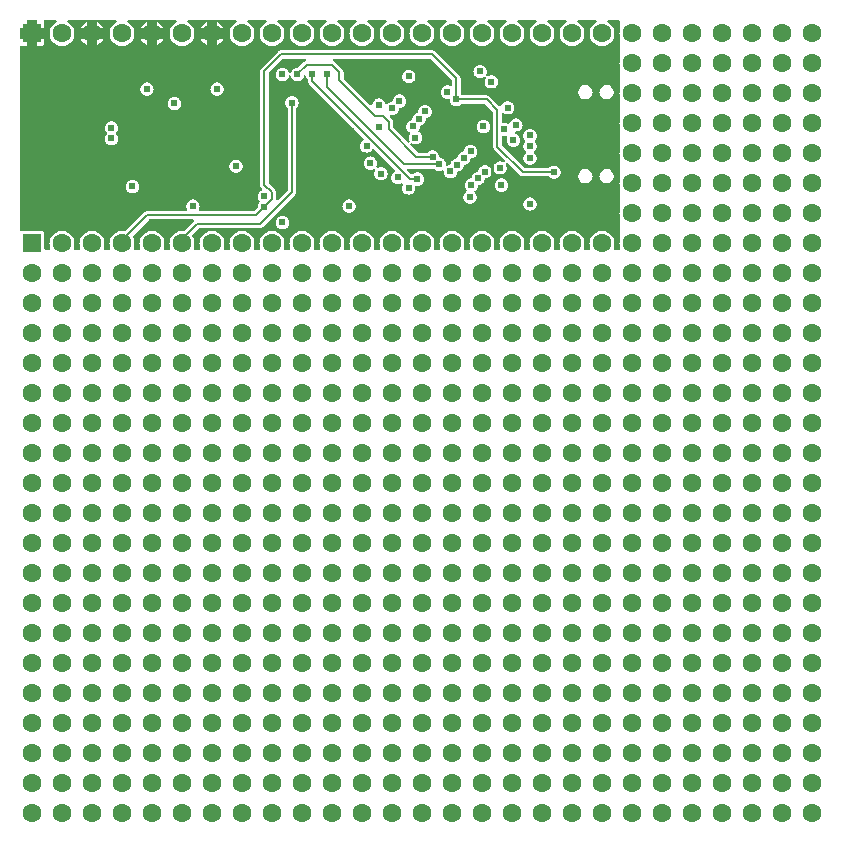
<source format=gbl>
G04 Layer: BottomLayer*
G04 EasyEDA v6.5.14, 2022-08-20 14:37:37*
G04 4645136cb0f74b4096413293ac8c450d,6126cb6f80e34288b1b51c63ee1abbf7,10*
G04 Gerber Generator version 0.2*
G04 Scale: 100 percent, Rotated: No, Reflected: No *
G04 Dimensions in millimeters *
G04 leading zeros omitted , absolute positions ,4 integer and 5 decimal *
%FSLAX45Y45*%
%MOMM*%

%ADD10C,0.2000*%
%ADD11C,1.6000*%
%ADD12R,1.6000X1.6000*%
%ADD13C,0.6100*%

%LPD*%
G36*
X4601870Y7629398D02*
G01*
X4597654Y7630922D01*
X4594555Y7634071D01*
X4593082Y7638288D01*
X4593539Y7642707D01*
X4598060Y7656068D01*
X4600752Y7669682D01*
X4601667Y7683500D01*
X4600752Y7697317D01*
X4598060Y7710881D01*
X4593590Y7723987D01*
X4585360Y7740700D01*
X4585106Y7744155D01*
X4586020Y7747508D01*
X4588002Y7750352D01*
X4723587Y7885938D01*
X4726889Y7888122D01*
X4730800Y7888884D01*
X5095798Y7888884D01*
X5099659Y7888122D01*
X5102961Y7885938D01*
X5105146Y7882636D01*
X5105958Y7878724D01*
X5105146Y7874863D01*
X5102961Y7871561D01*
X5023002Y7791602D01*
X5019395Y7789265D01*
X5015128Y7788605D01*
X5003800Y7789367D01*
X4989982Y7788452D01*
X4976368Y7785760D01*
X4963261Y7781290D01*
X4950866Y7775194D01*
X4939334Y7767472D01*
X4928920Y7758379D01*
X4919776Y7747965D01*
X4912106Y7736433D01*
X4905959Y7723987D01*
X4901488Y7710881D01*
X4898796Y7697317D01*
X4897882Y7683500D01*
X4898796Y7669682D01*
X4901488Y7656068D01*
X4905959Y7642961D01*
X4906518Y7639151D01*
X4905552Y7635392D01*
X4903317Y7632293D01*
X4900066Y7630210D01*
X4896307Y7629499D01*
X4883607Y7632293D01*
X4874514Y7632700D01*
X4865471Y7631480D01*
X4860290Y7629804D01*
X4855870Y7629398D01*
X4851654Y7630922D01*
X4848555Y7634071D01*
X4847082Y7638288D01*
X4847539Y7642707D01*
X4852060Y7656068D01*
X4854752Y7669682D01*
X4855667Y7683500D01*
X4854752Y7697317D01*
X4852060Y7710881D01*
X4847590Y7723987D01*
X4841494Y7736433D01*
X4833772Y7747965D01*
X4824679Y7758379D01*
X4814265Y7767472D01*
X4802733Y7775194D01*
X4790287Y7781290D01*
X4777181Y7785760D01*
X4763617Y7788452D01*
X4749800Y7789367D01*
X4735982Y7788452D01*
X4722368Y7785760D01*
X4709261Y7781290D01*
X4696866Y7775194D01*
X4685334Y7767472D01*
X4674920Y7758379D01*
X4665776Y7747965D01*
X4658106Y7736433D01*
X4651959Y7723987D01*
X4647488Y7710881D01*
X4644796Y7697317D01*
X4643882Y7683500D01*
X4644796Y7669682D01*
X4647488Y7656068D01*
X4651959Y7642961D01*
X4652518Y7639151D01*
X4651552Y7635392D01*
X4649317Y7632293D01*
X4646066Y7630210D01*
X4642307Y7629499D01*
X4629607Y7632293D01*
X4620514Y7632700D01*
X4611471Y7631480D01*
X4606290Y7629804D01*
G37*

%LPD*%
G36*
X4093870Y7629398D02*
G01*
X4089654Y7630922D01*
X4086555Y7634071D01*
X4085082Y7638288D01*
X4085539Y7642707D01*
X4090060Y7656068D01*
X4092752Y7669682D01*
X4093667Y7683500D01*
X4092752Y7697317D01*
X4090060Y7710881D01*
X4085590Y7723987D01*
X4079494Y7736433D01*
X4071772Y7747965D01*
X4062679Y7758379D01*
X4052265Y7767472D01*
X4040733Y7775194D01*
X4028287Y7781290D01*
X4015181Y7785760D01*
X4001617Y7788452D01*
X3987800Y7789367D01*
X3973982Y7788452D01*
X3960368Y7785760D01*
X3947261Y7781290D01*
X3934866Y7775194D01*
X3923334Y7767472D01*
X3912920Y7758379D01*
X3903776Y7747965D01*
X3896106Y7736433D01*
X3889959Y7723987D01*
X3885488Y7710881D01*
X3882796Y7697317D01*
X3881882Y7683500D01*
X3882796Y7669682D01*
X3885488Y7656068D01*
X3889959Y7642961D01*
X3890518Y7639151D01*
X3889552Y7635392D01*
X3887317Y7632293D01*
X3884066Y7630210D01*
X3880307Y7629499D01*
X3867607Y7632293D01*
X3858514Y7632700D01*
X3851198Y7631734D01*
X3846931Y7632039D01*
X3843172Y7634122D01*
X3840581Y7637576D01*
X3839718Y7641793D01*
X3839718Y7762900D01*
X3839006Y7769250D01*
X3837076Y7774686D01*
X3833977Y7779613D01*
X3829913Y7783677D01*
X3824986Y7786776D01*
X3819550Y7788656D01*
X3813200Y7789367D01*
X3654348Y7789367D01*
X3648049Y7788656D01*
X3646220Y7788046D01*
X3642410Y7787487D01*
X3638651Y7788402D01*
X3635501Y7790637D01*
X3633419Y7793837D01*
X3632708Y7797647D01*
X3632708Y9347352D01*
X3633419Y9351111D01*
X3635501Y9354362D01*
X3638651Y9356598D01*
X3642410Y9357461D01*
X3646220Y9356902D01*
X3648049Y9356293D01*
X3654348Y9355582D01*
X3687419Y9355582D01*
X3687419Y9415119D01*
X3642868Y9415119D01*
X3638956Y9415881D01*
X3635654Y9418116D01*
X3633470Y9421418D01*
X3632708Y9425279D01*
X3632708Y9497669D01*
X3633470Y9501581D01*
X3635654Y9504832D01*
X3638956Y9507067D01*
X3642868Y9507829D01*
X3687419Y9507829D01*
X3687419Y9563912D01*
X3688232Y9567824D01*
X3690416Y9571075D01*
X3693718Y9573310D01*
X3697579Y9574072D01*
X3769969Y9574072D01*
X3773881Y9573310D01*
X3777183Y9571075D01*
X3779367Y9567824D01*
X3780129Y9563912D01*
X3780129Y9507829D01*
X3839718Y9507829D01*
X3839718Y9540900D01*
X3839006Y9547250D01*
X3837076Y9552686D01*
X3833418Y9558528D01*
X3831945Y9562541D01*
X3832301Y9566859D01*
X3834384Y9570618D01*
X3837838Y9573158D01*
X3842004Y9574072D01*
X3933647Y9574072D01*
X3938015Y9573056D01*
X3941572Y9570262D01*
X3943502Y9566198D01*
X3943553Y9561728D01*
X3941622Y9557664D01*
X3938117Y9554819D01*
X3934866Y9553194D01*
X3923334Y9545472D01*
X3912920Y9536379D01*
X3903776Y9525965D01*
X3896106Y9514433D01*
X3889959Y9501987D01*
X3885488Y9488881D01*
X3882796Y9475317D01*
X3881882Y9461500D01*
X3882796Y9447682D01*
X3885488Y9434068D01*
X3889959Y9420961D01*
X3896106Y9408515D01*
X3903776Y9397034D01*
X3912920Y9386620D01*
X3923334Y9377476D01*
X3934866Y9369806D01*
X3947261Y9363659D01*
X3960368Y9359188D01*
X3973982Y9356496D01*
X3987800Y9355582D01*
X4001617Y9356496D01*
X4015181Y9359188D01*
X4028287Y9363659D01*
X4040733Y9369806D01*
X4052265Y9377476D01*
X4062679Y9386620D01*
X4071772Y9397034D01*
X4079494Y9408515D01*
X4085590Y9420961D01*
X4090060Y9434068D01*
X4092752Y9447682D01*
X4093667Y9461500D01*
X4092752Y9475317D01*
X4090060Y9488881D01*
X4085590Y9501987D01*
X4079494Y9514433D01*
X4071772Y9525965D01*
X4062679Y9536379D01*
X4052265Y9545472D01*
X4040733Y9553194D01*
X4037431Y9554819D01*
X4033926Y9557664D01*
X4032046Y9561728D01*
X4032046Y9566198D01*
X4034028Y9570262D01*
X4037533Y9573056D01*
X4041952Y9574072D01*
X4187647Y9574072D01*
X4192015Y9573056D01*
X4195572Y9570262D01*
X4196537Y9568281D01*
X4198416Y9571075D01*
X4201718Y9573310D01*
X4205579Y9574072D01*
X4277969Y9574072D01*
X4281881Y9573310D01*
X4285183Y9571075D01*
X4287062Y9568281D01*
X4288028Y9570262D01*
X4291533Y9573056D01*
X4295952Y9574072D01*
X4441647Y9574072D01*
X4446016Y9573056D01*
X4449572Y9570262D01*
X4451502Y9566198D01*
X4451553Y9561728D01*
X4449622Y9557664D01*
X4446117Y9554819D01*
X4442866Y9553194D01*
X4431334Y9545472D01*
X4420920Y9536379D01*
X4411776Y9525965D01*
X4404106Y9514433D01*
X4397959Y9501987D01*
X4393488Y9488881D01*
X4390796Y9475317D01*
X4389882Y9461500D01*
X4390796Y9447682D01*
X4393488Y9434068D01*
X4397959Y9420961D01*
X4404106Y9408515D01*
X4411776Y9397034D01*
X4420920Y9386620D01*
X4431334Y9377476D01*
X4442866Y9369806D01*
X4455261Y9363659D01*
X4468368Y9359188D01*
X4481982Y9356496D01*
X4495800Y9355582D01*
X4509617Y9356496D01*
X4523181Y9359188D01*
X4536287Y9363659D01*
X4548733Y9369806D01*
X4560265Y9377476D01*
X4570679Y9386620D01*
X4579772Y9397034D01*
X4587494Y9408515D01*
X4593590Y9420961D01*
X4598060Y9434068D01*
X4600752Y9447682D01*
X4601667Y9461500D01*
X4600752Y9475317D01*
X4598060Y9488881D01*
X4593590Y9501987D01*
X4587494Y9514433D01*
X4579772Y9525965D01*
X4570679Y9536379D01*
X4560265Y9545472D01*
X4548733Y9553194D01*
X4545431Y9554819D01*
X4541926Y9557664D01*
X4540046Y9561728D01*
X4540046Y9566198D01*
X4542028Y9570262D01*
X4545533Y9573056D01*
X4549952Y9574072D01*
X4695647Y9574072D01*
X4700016Y9573056D01*
X4703572Y9570262D01*
X4704537Y9568281D01*
X4706416Y9571075D01*
X4709718Y9573310D01*
X4713579Y9574072D01*
X4785969Y9574072D01*
X4789881Y9573310D01*
X4793183Y9571075D01*
X4795062Y9568281D01*
X4796028Y9570262D01*
X4799533Y9573056D01*
X4803952Y9574072D01*
X4949647Y9574072D01*
X4954016Y9573056D01*
X4957572Y9570262D01*
X4959502Y9566198D01*
X4959553Y9561728D01*
X4957622Y9557664D01*
X4954117Y9554819D01*
X4950866Y9553194D01*
X4939334Y9545472D01*
X4928920Y9536379D01*
X4919776Y9525965D01*
X4912106Y9514433D01*
X4905959Y9501987D01*
X4901488Y9488881D01*
X4898796Y9475317D01*
X4897882Y9461500D01*
X4898796Y9447682D01*
X4901488Y9434068D01*
X4905959Y9420961D01*
X4912106Y9408515D01*
X4919776Y9397034D01*
X4928920Y9386620D01*
X4939334Y9377476D01*
X4950866Y9369806D01*
X4963261Y9363659D01*
X4976368Y9359188D01*
X4989982Y9356496D01*
X5003800Y9355582D01*
X5017617Y9356496D01*
X5031181Y9359188D01*
X5044287Y9363659D01*
X5056733Y9369806D01*
X5068265Y9377476D01*
X5078679Y9386620D01*
X5087772Y9397034D01*
X5095494Y9408515D01*
X5101590Y9420961D01*
X5106060Y9434068D01*
X5108752Y9447682D01*
X5109667Y9461500D01*
X5108752Y9475317D01*
X5106060Y9488881D01*
X5101590Y9501987D01*
X5095494Y9514433D01*
X5087772Y9525965D01*
X5078679Y9536379D01*
X5068265Y9545472D01*
X5056733Y9553194D01*
X5053431Y9554819D01*
X5049926Y9557664D01*
X5048046Y9561728D01*
X5048046Y9566198D01*
X5050028Y9570262D01*
X5053533Y9573056D01*
X5057952Y9574072D01*
X5203647Y9574072D01*
X5208016Y9573056D01*
X5211572Y9570262D01*
X5212537Y9568281D01*
X5214416Y9571075D01*
X5217718Y9573310D01*
X5221579Y9574072D01*
X5293969Y9574072D01*
X5297881Y9573310D01*
X5301183Y9571075D01*
X5303062Y9568281D01*
X5304028Y9570262D01*
X5307533Y9573056D01*
X5311952Y9574072D01*
X5457647Y9574072D01*
X5462016Y9573056D01*
X5465572Y9570262D01*
X5467502Y9566198D01*
X5467553Y9561728D01*
X5465622Y9557664D01*
X5462117Y9554819D01*
X5458866Y9553194D01*
X5447334Y9545472D01*
X5436920Y9536379D01*
X5427776Y9525965D01*
X5420106Y9514433D01*
X5413959Y9501987D01*
X5409488Y9488881D01*
X5406796Y9475317D01*
X5405882Y9461500D01*
X5406796Y9447682D01*
X5409488Y9434068D01*
X5413959Y9420961D01*
X5420106Y9408515D01*
X5427776Y9397034D01*
X5436920Y9386620D01*
X5447334Y9377476D01*
X5458866Y9369806D01*
X5471261Y9363659D01*
X5484368Y9359188D01*
X5497982Y9356496D01*
X5511800Y9355582D01*
X5525617Y9356496D01*
X5539181Y9359188D01*
X5552287Y9363659D01*
X5564733Y9369806D01*
X5576265Y9377476D01*
X5586679Y9386620D01*
X5595772Y9397034D01*
X5603494Y9408515D01*
X5609590Y9420961D01*
X5614060Y9434068D01*
X5616752Y9447682D01*
X5617667Y9461500D01*
X5616752Y9475317D01*
X5614060Y9488881D01*
X5609590Y9501987D01*
X5603494Y9514433D01*
X5595772Y9525965D01*
X5586679Y9536379D01*
X5576265Y9545472D01*
X5564733Y9553194D01*
X5561431Y9554819D01*
X5557926Y9557664D01*
X5556046Y9561728D01*
X5556046Y9566198D01*
X5558028Y9570262D01*
X5561533Y9573056D01*
X5565952Y9574072D01*
X5711647Y9574072D01*
X5716016Y9573056D01*
X5719572Y9570262D01*
X5721502Y9566198D01*
X5721553Y9561728D01*
X5719622Y9557664D01*
X5716117Y9554819D01*
X5712866Y9553194D01*
X5701334Y9545472D01*
X5690920Y9536379D01*
X5681776Y9525965D01*
X5674106Y9514433D01*
X5667959Y9501987D01*
X5663488Y9488881D01*
X5660796Y9475317D01*
X5659882Y9461500D01*
X5660796Y9447682D01*
X5663488Y9434068D01*
X5667959Y9420961D01*
X5674106Y9408515D01*
X5681776Y9397034D01*
X5690920Y9386620D01*
X5701334Y9377476D01*
X5712866Y9369806D01*
X5725261Y9363659D01*
X5738368Y9359188D01*
X5751982Y9356496D01*
X5765800Y9355582D01*
X5779617Y9356496D01*
X5793181Y9359188D01*
X5806287Y9363659D01*
X5818733Y9369806D01*
X5830265Y9377476D01*
X5840679Y9386620D01*
X5849772Y9397034D01*
X5857494Y9408515D01*
X5863590Y9420961D01*
X5868060Y9434068D01*
X5870752Y9447682D01*
X5871667Y9461500D01*
X5870752Y9475317D01*
X5868060Y9488881D01*
X5863590Y9501987D01*
X5857494Y9514433D01*
X5849772Y9525965D01*
X5840679Y9536379D01*
X5830265Y9545472D01*
X5818733Y9553194D01*
X5815431Y9554819D01*
X5811926Y9557664D01*
X5810046Y9561728D01*
X5810046Y9566198D01*
X5812028Y9570262D01*
X5815533Y9573056D01*
X5819952Y9574072D01*
X5965647Y9574072D01*
X5970016Y9573056D01*
X5973572Y9570262D01*
X5975502Y9566198D01*
X5975553Y9561728D01*
X5973622Y9557664D01*
X5970117Y9554819D01*
X5966866Y9553194D01*
X5955334Y9545472D01*
X5944920Y9536379D01*
X5935776Y9525965D01*
X5928106Y9514433D01*
X5921959Y9501987D01*
X5917488Y9488881D01*
X5914796Y9475317D01*
X5913882Y9461500D01*
X5914796Y9447682D01*
X5917488Y9434068D01*
X5921959Y9420961D01*
X5928106Y9408515D01*
X5935776Y9397034D01*
X5944920Y9386620D01*
X5955334Y9377476D01*
X5966866Y9369806D01*
X5979261Y9363659D01*
X5992368Y9359188D01*
X6005982Y9356496D01*
X6019800Y9355582D01*
X6033617Y9356496D01*
X6047181Y9359188D01*
X6060287Y9363659D01*
X6072733Y9369806D01*
X6084265Y9377476D01*
X6094679Y9386620D01*
X6103772Y9397034D01*
X6111494Y9408515D01*
X6117590Y9420961D01*
X6122060Y9434068D01*
X6124752Y9447682D01*
X6125667Y9461500D01*
X6124752Y9475317D01*
X6122060Y9488881D01*
X6117590Y9501987D01*
X6111494Y9514433D01*
X6103772Y9525965D01*
X6094679Y9536379D01*
X6084265Y9545472D01*
X6072733Y9553194D01*
X6069431Y9554819D01*
X6065926Y9557664D01*
X6064046Y9561728D01*
X6064046Y9566198D01*
X6066028Y9570262D01*
X6069533Y9573056D01*
X6073952Y9574072D01*
X6219647Y9574072D01*
X6224016Y9573056D01*
X6227572Y9570262D01*
X6229502Y9566198D01*
X6229553Y9561728D01*
X6227622Y9557664D01*
X6224117Y9554819D01*
X6220866Y9553194D01*
X6209334Y9545472D01*
X6198920Y9536379D01*
X6189776Y9525965D01*
X6182106Y9514433D01*
X6175959Y9501987D01*
X6171488Y9488881D01*
X6168796Y9475317D01*
X6167882Y9461500D01*
X6168796Y9447682D01*
X6171488Y9434068D01*
X6175959Y9420961D01*
X6182106Y9408515D01*
X6189776Y9397034D01*
X6198920Y9386620D01*
X6209334Y9377476D01*
X6220866Y9369806D01*
X6233261Y9363659D01*
X6246368Y9359188D01*
X6259982Y9356496D01*
X6273800Y9355582D01*
X6287617Y9356496D01*
X6301181Y9359188D01*
X6314287Y9363659D01*
X6326733Y9369806D01*
X6338265Y9377476D01*
X6348679Y9386620D01*
X6357772Y9397034D01*
X6365494Y9408515D01*
X6371590Y9420961D01*
X6376060Y9434068D01*
X6378752Y9447682D01*
X6379667Y9461500D01*
X6378752Y9475317D01*
X6376060Y9488881D01*
X6371590Y9501987D01*
X6365494Y9514433D01*
X6357772Y9525965D01*
X6348679Y9536379D01*
X6338265Y9545472D01*
X6326733Y9553194D01*
X6323431Y9554819D01*
X6319926Y9557664D01*
X6318046Y9561728D01*
X6318046Y9566198D01*
X6320028Y9570262D01*
X6323533Y9573056D01*
X6327952Y9574072D01*
X6473647Y9574072D01*
X6478016Y9573056D01*
X6481572Y9570262D01*
X6483502Y9566198D01*
X6483553Y9561728D01*
X6481622Y9557664D01*
X6478117Y9554819D01*
X6474866Y9553194D01*
X6463334Y9545472D01*
X6452920Y9536379D01*
X6443776Y9525965D01*
X6436106Y9514433D01*
X6429959Y9501987D01*
X6425488Y9488881D01*
X6422796Y9475317D01*
X6421882Y9461500D01*
X6422796Y9447682D01*
X6425488Y9434068D01*
X6429959Y9420961D01*
X6436106Y9408515D01*
X6443776Y9397034D01*
X6452920Y9386620D01*
X6463334Y9377476D01*
X6474866Y9369806D01*
X6487261Y9363659D01*
X6500368Y9359188D01*
X6513982Y9356496D01*
X6527800Y9355582D01*
X6541617Y9356496D01*
X6555181Y9359188D01*
X6568287Y9363659D01*
X6580733Y9369806D01*
X6592265Y9377476D01*
X6602679Y9386620D01*
X6611772Y9397034D01*
X6619494Y9408515D01*
X6625590Y9420961D01*
X6630060Y9434068D01*
X6632752Y9447682D01*
X6633667Y9461500D01*
X6632752Y9475317D01*
X6630060Y9488881D01*
X6625590Y9501987D01*
X6619494Y9514433D01*
X6611772Y9525965D01*
X6602679Y9536379D01*
X6592265Y9545472D01*
X6580733Y9553194D01*
X6577431Y9554819D01*
X6573926Y9557664D01*
X6572046Y9561728D01*
X6572046Y9566198D01*
X6574028Y9570262D01*
X6577533Y9573056D01*
X6581952Y9574072D01*
X6727647Y9574072D01*
X6732016Y9573056D01*
X6735572Y9570262D01*
X6737502Y9566198D01*
X6737553Y9561728D01*
X6735622Y9557664D01*
X6732117Y9554819D01*
X6728866Y9553194D01*
X6717334Y9545472D01*
X6706920Y9536379D01*
X6697776Y9525965D01*
X6690106Y9514433D01*
X6683959Y9501987D01*
X6679488Y9488881D01*
X6676796Y9475317D01*
X6675881Y9461500D01*
X6676796Y9447682D01*
X6679488Y9434068D01*
X6683959Y9420961D01*
X6690106Y9408515D01*
X6697776Y9397034D01*
X6706920Y9386620D01*
X6717334Y9377476D01*
X6728866Y9369806D01*
X6741261Y9363659D01*
X6754368Y9359188D01*
X6767982Y9356496D01*
X6781800Y9355582D01*
X6795617Y9356496D01*
X6809181Y9359188D01*
X6822287Y9363659D01*
X6834733Y9369806D01*
X6846265Y9377476D01*
X6856679Y9386620D01*
X6865772Y9397034D01*
X6873494Y9408515D01*
X6879590Y9420961D01*
X6884060Y9434068D01*
X6886752Y9447682D01*
X6887667Y9461500D01*
X6886752Y9475317D01*
X6884060Y9488881D01*
X6879590Y9501987D01*
X6873494Y9514433D01*
X6865772Y9525965D01*
X6856679Y9536379D01*
X6846265Y9545472D01*
X6834733Y9553194D01*
X6831431Y9554819D01*
X6827926Y9557664D01*
X6826046Y9561728D01*
X6826046Y9566198D01*
X6828028Y9570262D01*
X6831533Y9573056D01*
X6835952Y9574072D01*
X6981647Y9574072D01*
X6986016Y9573056D01*
X6989572Y9570262D01*
X6991502Y9566198D01*
X6991553Y9561728D01*
X6989622Y9557664D01*
X6986117Y9554819D01*
X6982866Y9553194D01*
X6971334Y9545472D01*
X6960920Y9536379D01*
X6951776Y9525965D01*
X6944106Y9514433D01*
X6937959Y9501987D01*
X6933488Y9488881D01*
X6930796Y9475317D01*
X6929881Y9461500D01*
X6930796Y9447682D01*
X6933488Y9434068D01*
X6937959Y9420961D01*
X6944106Y9408515D01*
X6951776Y9397034D01*
X6960920Y9386620D01*
X6971334Y9377476D01*
X6982866Y9369806D01*
X6995261Y9363659D01*
X7008368Y9359188D01*
X7021982Y9356496D01*
X7035800Y9355582D01*
X7049617Y9356496D01*
X7063181Y9359188D01*
X7076287Y9363659D01*
X7088733Y9369806D01*
X7100265Y9377476D01*
X7110679Y9386620D01*
X7119772Y9397034D01*
X7127494Y9408515D01*
X7133590Y9420961D01*
X7138060Y9434068D01*
X7140752Y9447682D01*
X7141667Y9461500D01*
X7140752Y9475317D01*
X7138060Y9488881D01*
X7133590Y9501987D01*
X7127494Y9514433D01*
X7119772Y9525965D01*
X7110679Y9536379D01*
X7100265Y9545472D01*
X7088733Y9553194D01*
X7085431Y9554819D01*
X7081926Y9557664D01*
X7080046Y9561728D01*
X7080046Y9566198D01*
X7082028Y9570262D01*
X7085533Y9573056D01*
X7089952Y9574072D01*
X7235647Y9574072D01*
X7240016Y9573056D01*
X7243572Y9570262D01*
X7245502Y9566198D01*
X7245553Y9561728D01*
X7243622Y9557664D01*
X7240117Y9554819D01*
X7236866Y9553194D01*
X7225334Y9545472D01*
X7214920Y9536379D01*
X7205776Y9525965D01*
X7198106Y9514433D01*
X7191959Y9501987D01*
X7187488Y9488881D01*
X7184796Y9475317D01*
X7183881Y9461500D01*
X7184796Y9447682D01*
X7187488Y9434068D01*
X7191959Y9420961D01*
X7198106Y9408515D01*
X7205776Y9397034D01*
X7214920Y9386620D01*
X7225334Y9377476D01*
X7236866Y9369806D01*
X7249261Y9363659D01*
X7262368Y9359188D01*
X7275982Y9356496D01*
X7289800Y9355582D01*
X7303617Y9356496D01*
X7317181Y9359188D01*
X7330287Y9363659D01*
X7342733Y9369806D01*
X7354265Y9377476D01*
X7364679Y9386620D01*
X7373772Y9397034D01*
X7381494Y9408515D01*
X7387590Y9420961D01*
X7392060Y9434068D01*
X7394752Y9447682D01*
X7395667Y9461500D01*
X7394752Y9475317D01*
X7392060Y9488881D01*
X7387590Y9501987D01*
X7381494Y9514433D01*
X7373772Y9525965D01*
X7364679Y9536379D01*
X7354265Y9545472D01*
X7342733Y9553194D01*
X7339431Y9554819D01*
X7335926Y9557664D01*
X7334046Y9561728D01*
X7334046Y9566198D01*
X7336028Y9570262D01*
X7339533Y9573056D01*
X7343952Y9574072D01*
X7489647Y9574072D01*
X7494016Y9573056D01*
X7497572Y9570262D01*
X7499502Y9566198D01*
X7499553Y9561728D01*
X7497622Y9557664D01*
X7494117Y9554819D01*
X7490866Y9553194D01*
X7479334Y9545472D01*
X7468920Y9536379D01*
X7459776Y9525965D01*
X7452106Y9514433D01*
X7445959Y9501987D01*
X7441488Y9488881D01*
X7438796Y9475317D01*
X7437881Y9461500D01*
X7438796Y9447682D01*
X7441488Y9434068D01*
X7445959Y9420961D01*
X7452106Y9408515D01*
X7459776Y9397034D01*
X7468920Y9386620D01*
X7479334Y9377476D01*
X7490866Y9369806D01*
X7503261Y9363659D01*
X7516368Y9359188D01*
X7529982Y9356496D01*
X7543800Y9355582D01*
X7557617Y9356496D01*
X7571181Y9359188D01*
X7584287Y9363659D01*
X7596733Y9369806D01*
X7608265Y9377476D01*
X7618679Y9386620D01*
X7627772Y9397034D01*
X7635494Y9408515D01*
X7641590Y9420961D01*
X7646060Y9434068D01*
X7648752Y9447682D01*
X7649667Y9461500D01*
X7648752Y9475317D01*
X7646060Y9488881D01*
X7641590Y9501987D01*
X7635494Y9514433D01*
X7627772Y9525965D01*
X7618679Y9536379D01*
X7608265Y9545472D01*
X7596733Y9553194D01*
X7593431Y9554819D01*
X7589926Y9557664D01*
X7588046Y9561728D01*
X7588046Y9566198D01*
X7590028Y9570262D01*
X7593533Y9573056D01*
X7597952Y9574072D01*
X7743647Y9574072D01*
X7748016Y9573056D01*
X7751572Y9570262D01*
X7753502Y9566198D01*
X7753553Y9561728D01*
X7751622Y9557664D01*
X7748117Y9554819D01*
X7744866Y9553194D01*
X7733334Y9545472D01*
X7722920Y9536379D01*
X7713776Y9525965D01*
X7706106Y9514433D01*
X7699959Y9501987D01*
X7695488Y9488881D01*
X7692796Y9475317D01*
X7691881Y9461500D01*
X7692796Y9447682D01*
X7695488Y9434068D01*
X7699959Y9420961D01*
X7706106Y9408515D01*
X7713776Y9397034D01*
X7722920Y9386620D01*
X7733334Y9377476D01*
X7744866Y9369806D01*
X7757261Y9363659D01*
X7770368Y9359188D01*
X7783982Y9356496D01*
X7797800Y9355582D01*
X7811617Y9356496D01*
X7825181Y9359188D01*
X7838287Y9363659D01*
X7850733Y9369806D01*
X7862265Y9377476D01*
X7872679Y9386620D01*
X7881772Y9397034D01*
X7889494Y9408515D01*
X7895590Y9420961D01*
X7900060Y9434068D01*
X7902752Y9447682D01*
X7903667Y9461500D01*
X7902752Y9475317D01*
X7900060Y9488881D01*
X7895590Y9501987D01*
X7889494Y9514433D01*
X7881772Y9525965D01*
X7872679Y9536379D01*
X7862265Y9545472D01*
X7850733Y9553194D01*
X7847431Y9554819D01*
X7843926Y9557664D01*
X7842046Y9561728D01*
X7842046Y9566198D01*
X7844028Y9570262D01*
X7847533Y9573056D01*
X7851952Y9574072D01*
X7997647Y9574072D01*
X8002016Y9573056D01*
X8005572Y9570262D01*
X8007502Y9566198D01*
X8007553Y9561728D01*
X8005622Y9557664D01*
X8002117Y9554819D01*
X7998866Y9553194D01*
X7987334Y9545472D01*
X7976920Y9536379D01*
X7967776Y9525965D01*
X7960106Y9514433D01*
X7953959Y9501987D01*
X7949488Y9488881D01*
X7946796Y9475317D01*
X7945881Y9461500D01*
X7946796Y9447682D01*
X7949488Y9434068D01*
X7953959Y9420961D01*
X7960106Y9408515D01*
X7967776Y9397034D01*
X7976920Y9386620D01*
X7987334Y9377476D01*
X7998866Y9369806D01*
X8011261Y9363659D01*
X8024368Y9359188D01*
X8037982Y9356496D01*
X8051800Y9355582D01*
X8065617Y9356496D01*
X8079181Y9359188D01*
X8092287Y9363659D01*
X8104733Y9369806D01*
X8116265Y9377476D01*
X8126679Y9386620D01*
X8135772Y9397034D01*
X8143494Y9408515D01*
X8149590Y9420961D01*
X8154060Y9434068D01*
X8156752Y9447682D01*
X8157667Y9461500D01*
X8156752Y9475317D01*
X8154060Y9488881D01*
X8149590Y9501987D01*
X8143494Y9514433D01*
X8135772Y9525965D01*
X8126679Y9536379D01*
X8116265Y9545472D01*
X8104733Y9553194D01*
X8101431Y9554819D01*
X8097926Y9557664D01*
X8096046Y9561728D01*
X8096046Y9566198D01*
X8098028Y9570262D01*
X8101533Y9573056D01*
X8105952Y9574072D01*
X8251647Y9574072D01*
X8256016Y9573056D01*
X8259572Y9570262D01*
X8261502Y9566198D01*
X8261553Y9561728D01*
X8259622Y9557664D01*
X8256117Y9554819D01*
X8252866Y9553194D01*
X8241334Y9545472D01*
X8230920Y9536379D01*
X8221776Y9525965D01*
X8214106Y9514433D01*
X8207959Y9501987D01*
X8203488Y9488881D01*
X8200796Y9475317D01*
X8199881Y9461500D01*
X8200796Y9447682D01*
X8203488Y9434068D01*
X8207959Y9420961D01*
X8214106Y9408515D01*
X8221776Y9397034D01*
X8230920Y9386620D01*
X8241334Y9377476D01*
X8252866Y9369806D01*
X8265261Y9363659D01*
X8278368Y9359188D01*
X8291982Y9356496D01*
X8305800Y9355582D01*
X8319617Y9356496D01*
X8333181Y9359188D01*
X8346287Y9363659D01*
X8358733Y9369806D01*
X8370265Y9377476D01*
X8380679Y9386620D01*
X8389772Y9397034D01*
X8397494Y9408515D01*
X8403590Y9420961D01*
X8408060Y9434068D01*
X8410752Y9447682D01*
X8411667Y9461500D01*
X8410752Y9475317D01*
X8408060Y9488881D01*
X8403590Y9501987D01*
X8397494Y9514433D01*
X8389772Y9525965D01*
X8380679Y9536379D01*
X8370265Y9545472D01*
X8358733Y9553194D01*
X8355431Y9554819D01*
X8351926Y9557664D01*
X8350046Y9561728D01*
X8350046Y9566198D01*
X8352028Y9570262D01*
X8355533Y9573056D01*
X8359952Y9574072D01*
X8505647Y9574072D01*
X8510016Y9573056D01*
X8513572Y9570262D01*
X8515502Y9566198D01*
X8515553Y9561728D01*
X8513622Y9557664D01*
X8510117Y9554819D01*
X8506866Y9553194D01*
X8495334Y9545472D01*
X8484920Y9536379D01*
X8475776Y9525965D01*
X8468106Y9514433D01*
X8461959Y9501987D01*
X8457488Y9488881D01*
X8454796Y9475317D01*
X8453882Y9461500D01*
X8454796Y9447682D01*
X8457488Y9434068D01*
X8461959Y9420961D01*
X8468106Y9408515D01*
X8475776Y9397034D01*
X8484920Y9386620D01*
X8495334Y9377476D01*
X8506866Y9369806D01*
X8519261Y9363659D01*
X8532368Y9359188D01*
X8545982Y9356496D01*
X8559800Y9355582D01*
X8573617Y9356496D01*
X8587181Y9359188D01*
X8600287Y9363659D01*
X8612733Y9369806D01*
X8624265Y9377476D01*
X8634679Y9386620D01*
X8643772Y9397034D01*
X8651494Y9408515D01*
X8657590Y9420961D01*
X8662060Y9434068D01*
X8664752Y9447682D01*
X8665667Y9461500D01*
X8664752Y9475317D01*
X8662060Y9488881D01*
X8657590Y9501987D01*
X8651494Y9514433D01*
X8643772Y9525965D01*
X8634679Y9536379D01*
X8624265Y9545472D01*
X8612733Y9553194D01*
X8609431Y9554819D01*
X8605926Y9557664D01*
X8604046Y9561728D01*
X8604046Y9566198D01*
X8606028Y9570262D01*
X8609533Y9573056D01*
X8613952Y9574072D01*
X8702040Y9574072D01*
X8705900Y9573310D01*
X8709202Y9571075D01*
X8711387Y9567824D01*
X8712200Y9563912D01*
X8712200Y9492589D01*
X8708796Y9475317D01*
X8707882Y9461500D01*
X8708796Y9447682D01*
X8712200Y9430359D01*
X8712200Y9238589D01*
X8708796Y9221317D01*
X8707882Y9207500D01*
X8708796Y9193682D01*
X8712200Y9176359D01*
X8712200Y8984589D01*
X8708796Y8967317D01*
X8707882Y8953500D01*
X8708796Y8939682D01*
X8712200Y8922359D01*
X8712200Y8730589D01*
X8708796Y8713317D01*
X8707882Y8699500D01*
X8708796Y8685682D01*
X8712200Y8668359D01*
X8712200Y8476589D01*
X8708796Y8459317D01*
X8707882Y8445500D01*
X8708796Y8431682D01*
X8712200Y8414359D01*
X8712200Y8222589D01*
X8708796Y8205317D01*
X8707882Y8191500D01*
X8708796Y8177682D01*
X8712200Y8160359D01*
X8712200Y7968589D01*
X8708796Y7951317D01*
X8707882Y7937500D01*
X8708796Y7923682D01*
X8712200Y7906359D01*
X8712200Y7714589D01*
X8708796Y7697317D01*
X8707882Y7683500D01*
X8708796Y7669682D01*
X8712200Y7652359D01*
X8712200Y7640777D01*
X8711539Y7637221D01*
X8709660Y7634122D01*
X8706815Y7631836D01*
X8703360Y7630718D01*
X8699754Y7630871D01*
X8693607Y7632293D01*
X8684514Y7632700D01*
X8675471Y7631480D01*
X8670290Y7629804D01*
X8665870Y7629398D01*
X8661654Y7630922D01*
X8658555Y7634071D01*
X8657082Y7638288D01*
X8657539Y7642707D01*
X8662060Y7656068D01*
X8664752Y7669682D01*
X8665667Y7683500D01*
X8664752Y7697317D01*
X8662060Y7710881D01*
X8657590Y7723987D01*
X8651494Y7736433D01*
X8643772Y7747965D01*
X8634679Y7758379D01*
X8624265Y7767472D01*
X8612733Y7775194D01*
X8600287Y7781290D01*
X8587181Y7785760D01*
X8573617Y7788452D01*
X8559800Y7789367D01*
X8545982Y7788452D01*
X8532368Y7785760D01*
X8519261Y7781290D01*
X8506866Y7775194D01*
X8495334Y7767472D01*
X8484920Y7758379D01*
X8475776Y7747965D01*
X8468106Y7736433D01*
X8461959Y7723987D01*
X8457488Y7710881D01*
X8454796Y7697317D01*
X8453882Y7683500D01*
X8454796Y7669682D01*
X8457488Y7656068D01*
X8461959Y7642910D01*
X8462518Y7639100D01*
X8461552Y7635392D01*
X8459317Y7632242D01*
X8456066Y7630210D01*
X8452256Y7629499D01*
X8439607Y7632293D01*
X8430514Y7632700D01*
X8421471Y7631480D01*
X8416290Y7629804D01*
X8411870Y7629398D01*
X8407654Y7630922D01*
X8404555Y7634071D01*
X8403082Y7638288D01*
X8403539Y7642707D01*
X8408060Y7656068D01*
X8410752Y7669682D01*
X8411667Y7683500D01*
X8410752Y7697317D01*
X8408060Y7710881D01*
X8403590Y7723987D01*
X8397494Y7736433D01*
X8389772Y7747965D01*
X8380679Y7758379D01*
X8370265Y7767472D01*
X8358733Y7775194D01*
X8346287Y7781290D01*
X8333181Y7785760D01*
X8319617Y7788452D01*
X8305800Y7789367D01*
X8291982Y7788452D01*
X8278368Y7785760D01*
X8265261Y7781290D01*
X8252866Y7775194D01*
X8241334Y7767472D01*
X8230920Y7758379D01*
X8221776Y7747965D01*
X8214106Y7736433D01*
X8207959Y7723987D01*
X8203488Y7710881D01*
X8200796Y7697317D01*
X8199881Y7683500D01*
X8200796Y7669682D01*
X8203488Y7656068D01*
X8207959Y7642910D01*
X8208518Y7639100D01*
X8207552Y7635392D01*
X8205317Y7632293D01*
X8202066Y7630210D01*
X8198307Y7629499D01*
X8185607Y7632293D01*
X8176514Y7632700D01*
X8167471Y7631480D01*
X8162290Y7629804D01*
X8157870Y7629398D01*
X8153653Y7630922D01*
X8150555Y7634071D01*
X8149081Y7638288D01*
X8149539Y7642707D01*
X8154060Y7656068D01*
X8156752Y7669682D01*
X8157667Y7683500D01*
X8156752Y7697317D01*
X8154060Y7710881D01*
X8149590Y7723987D01*
X8143494Y7736433D01*
X8135772Y7747965D01*
X8126679Y7758379D01*
X8116265Y7767472D01*
X8104733Y7775194D01*
X8092287Y7781290D01*
X8079181Y7785760D01*
X8065617Y7788452D01*
X8051800Y7789367D01*
X8037982Y7788452D01*
X8024368Y7785760D01*
X8011261Y7781290D01*
X7998866Y7775194D01*
X7987334Y7767472D01*
X7976920Y7758379D01*
X7967776Y7747965D01*
X7960106Y7736433D01*
X7953959Y7723987D01*
X7949488Y7710881D01*
X7946796Y7697317D01*
X7945881Y7683500D01*
X7946796Y7669682D01*
X7949488Y7656068D01*
X7953959Y7642910D01*
X7954518Y7639100D01*
X7953552Y7635392D01*
X7951317Y7632293D01*
X7948066Y7630210D01*
X7944307Y7629499D01*
X7931607Y7632293D01*
X7922514Y7632700D01*
X7913471Y7631480D01*
X7908290Y7629804D01*
X7903870Y7629398D01*
X7899653Y7630922D01*
X7896555Y7634071D01*
X7895081Y7638288D01*
X7895539Y7642707D01*
X7900060Y7656068D01*
X7902752Y7669682D01*
X7903667Y7683500D01*
X7902752Y7697317D01*
X7900060Y7710881D01*
X7895590Y7723987D01*
X7889494Y7736433D01*
X7881772Y7747965D01*
X7872679Y7758379D01*
X7862265Y7767472D01*
X7850733Y7775194D01*
X7838287Y7781290D01*
X7825181Y7785760D01*
X7811617Y7788452D01*
X7797800Y7789367D01*
X7783982Y7788452D01*
X7770368Y7785760D01*
X7757261Y7781290D01*
X7744866Y7775194D01*
X7733334Y7767472D01*
X7722920Y7758379D01*
X7713776Y7747965D01*
X7706106Y7736433D01*
X7699959Y7723987D01*
X7695488Y7710881D01*
X7692796Y7697317D01*
X7691881Y7683500D01*
X7692796Y7669682D01*
X7695488Y7656068D01*
X7699959Y7642910D01*
X7700518Y7639100D01*
X7699552Y7635392D01*
X7697317Y7632293D01*
X7694066Y7630210D01*
X7690307Y7629499D01*
X7677607Y7632293D01*
X7668514Y7632700D01*
X7659471Y7631480D01*
X7654290Y7629804D01*
X7649870Y7629398D01*
X7645653Y7630922D01*
X7642555Y7634071D01*
X7641081Y7638288D01*
X7641539Y7642707D01*
X7646060Y7656068D01*
X7648752Y7669682D01*
X7649667Y7683500D01*
X7648752Y7697317D01*
X7646060Y7710881D01*
X7641590Y7723987D01*
X7635494Y7736433D01*
X7627772Y7747965D01*
X7618679Y7758379D01*
X7608265Y7767472D01*
X7596733Y7775194D01*
X7584287Y7781290D01*
X7571181Y7785760D01*
X7557617Y7788452D01*
X7543800Y7789367D01*
X7529982Y7788452D01*
X7516368Y7785760D01*
X7503261Y7781290D01*
X7490866Y7775194D01*
X7479334Y7767472D01*
X7468920Y7758379D01*
X7459776Y7747965D01*
X7452106Y7736433D01*
X7445959Y7723987D01*
X7441488Y7710881D01*
X7438796Y7697317D01*
X7437881Y7683500D01*
X7438796Y7669682D01*
X7441488Y7656068D01*
X7445959Y7642910D01*
X7446518Y7639100D01*
X7445552Y7635392D01*
X7443317Y7632293D01*
X7440066Y7630210D01*
X7436307Y7629499D01*
X7423607Y7632293D01*
X7414514Y7632700D01*
X7405471Y7631480D01*
X7400290Y7629804D01*
X7395870Y7629398D01*
X7391653Y7630922D01*
X7388555Y7634071D01*
X7387081Y7638288D01*
X7387539Y7642707D01*
X7392060Y7656068D01*
X7394752Y7669682D01*
X7395667Y7683500D01*
X7394752Y7697317D01*
X7392060Y7710881D01*
X7387590Y7723987D01*
X7381494Y7736433D01*
X7373772Y7747965D01*
X7364679Y7758379D01*
X7354265Y7767472D01*
X7342733Y7775194D01*
X7330287Y7781290D01*
X7317181Y7785760D01*
X7303617Y7788452D01*
X7289800Y7789367D01*
X7275982Y7788452D01*
X7262368Y7785760D01*
X7249261Y7781290D01*
X7236866Y7775194D01*
X7225334Y7767472D01*
X7214920Y7758379D01*
X7205776Y7747965D01*
X7198106Y7736433D01*
X7191959Y7723987D01*
X7187488Y7710881D01*
X7184796Y7697317D01*
X7183881Y7683500D01*
X7184796Y7669682D01*
X7187488Y7656068D01*
X7191959Y7642910D01*
X7192518Y7639100D01*
X7191552Y7635392D01*
X7189317Y7632293D01*
X7186066Y7630210D01*
X7182307Y7629499D01*
X7169607Y7632293D01*
X7160514Y7632700D01*
X7151471Y7631480D01*
X7146290Y7629804D01*
X7141870Y7629398D01*
X7137653Y7630922D01*
X7134555Y7634071D01*
X7133081Y7638288D01*
X7133539Y7642707D01*
X7138060Y7656068D01*
X7140752Y7669682D01*
X7141667Y7683500D01*
X7140752Y7697317D01*
X7138060Y7710881D01*
X7133590Y7723987D01*
X7127494Y7736433D01*
X7119772Y7747965D01*
X7110679Y7758379D01*
X7100265Y7767472D01*
X7088733Y7775194D01*
X7076287Y7781290D01*
X7063181Y7785760D01*
X7049617Y7788452D01*
X7035800Y7789367D01*
X7021982Y7788452D01*
X7008368Y7785760D01*
X6995261Y7781290D01*
X6982866Y7775194D01*
X6971334Y7767472D01*
X6960920Y7758379D01*
X6951776Y7747965D01*
X6944106Y7736433D01*
X6937959Y7723987D01*
X6933488Y7710881D01*
X6930796Y7697317D01*
X6929881Y7683500D01*
X6930796Y7669682D01*
X6933488Y7656068D01*
X6937959Y7642910D01*
X6938518Y7639100D01*
X6937552Y7635392D01*
X6935317Y7632293D01*
X6932066Y7630210D01*
X6928307Y7629499D01*
X6915607Y7632293D01*
X6906514Y7632700D01*
X6897471Y7631480D01*
X6892290Y7629804D01*
X6887870Y7629398D01*
X6883653Y7630922D01*
X6880555Y7634071D01*
X6879081Y7638288D01*
X6879539Y7642707D01*
X6884060Y7656068D01*
X6886752Y7669682D01*
X6887667Y7683500D01*
X6886752Y7697317D01*
X6884060Y7710881D01*
X6879590Y7723987D01*
X6873494Y7736433D01*
X6865772Y7747965D01*
X6856679Y7758379D01*
X6846265Y7767472D01*
X6834733Y7775194D01*
X6822287Y7781290D01*
X6809181Y7785760D01*
X6795617Y7788452D01*
X6781800Y7789367D01*
X6767982Y7788452D01*
X6754368Y7785760D01*
X6741261Y7781290D01*
X6728866Y7775194D01*
X6717334Y7767472D01*
X6706920Y7758379D01*
X6697776Y7747965D01*
X6690106Y7736433D01*
X6683959Y7723987D01*
X6679488Y7710881D01*
X6676796Y7697317D01*
X6675881Y7683500D01*
X6676796Y7669682D01*
X6679488Y7656068D01*
X6683959Y7642910D01*
X6684518Y7639100D01*
X6683552Y7635392D01*
X6681317Y7632293D01*
X6678066Y7630210D01*
X6674307Y7629499D01*
X6661607Y7632293D01*
X6652514Y7632700D01*
X6643471Y7631480D01*
X6638290Y7629804D01*
X6633870Y7629398D01*
X6629653Y7630922D01*
X6626555Y7634071D01*
X6625081Y7638288D01*
X6625539Y7642707D01*
X6630060Y7656068D01*
X6632752Y7669682D01*
X6633667Y7683500D01*
X6632752Y7697317D01*
X6630060Y7710881D01*
X6625590Y7723987D01*
X6619494Y7736433D01*
X6611772Y7747965D01*
X6602679Y7758379D01*
X6592265Y7767472D01*
X6580733Y7775194D01*
X6568287Y7781290D01*
X6555181Y7785760D01*
X6541617Y7788452D01*
X6527800Y7789367D01*
X6513982Y7788452D01*
X6500368Y7785760D01*
X6487261Y7781290D01*
X6474866Y7775194D01*
X6463334Y7767472D01*
X6452920Y7758379D01*
X6443776Y7747965D01*
X6436106Y7736433D01*
X6429959Y7723987D01*
X6425488Y7710881D01*
X6422796Y7697317D01*
X6421882Y7683500D01*
X6422796Y7669682D01*
X6425488Y7656068D01*
X6429959Y7642910D01*
X6430518Y7639100D01*
X6429552Y7635392D01*
X6427317Y7632293D01*
X6424066Y7630210D01*
X6420307Y7629499D01*
X6407607Y7632293D01*
X6398514Y7632700D01*
X6389471Y7631480D01*
X6384290Y7629804D01*
X6379870Y7629398D01*
X6375654Y7630922D01*
X6372555Y7634071D01*
X6371082Y7638288D01*
X6371539Y7642707D01*
X6376060Y7656068D01*
X6378752Y7669682D01*
X6379667Y7683500D01*
X6378752Y7697317D01*
X6376060Y7710881D01*
X6371590Y7723987D01*
X6365494Y7736433D01*
X6357772Y7747965D01*
X6348679Y7758379D01*
X6338265Y7767472D01*
X6326733Y7775194D01*
X6314287Y7781290D01*
X6301181Y7785760D01*
X6287617Y7788452D01*
X6273800Y7789367D01*
X6259982Y7788452D01*
X6246368Y7785760D01*
X6233261Y7781290D01*
X6220866Y7775194D01*
X6209334Y7767472D01*
X6198920Y7758379D01*
X6189776Y7747965D01*
X6182106Y7736433D01*
X6175959Y7723987D01*
X6171488Y7710881D01*
X6168796Y7697317D01*
X6167882Y7683500D01*
X6168796Y7669682D01*
X6171488Y7656068D01*
X6175959Y7642910D01*
X6176518Y7639100D01*
X6175552Y7635392D01*
X6173317Y7632293D01*
X6170066Y7630210D01*
X6166307Y7629499D01*
X6153607Y7632293D01*
X6144514Y7632700D01*
X6135471Y7631480D01*
X6130290Y7629804D01*
X6125870Y7629398D01*
X6121654Y7630922D01*
X6118555Y7634071D01*
X6117082Y7638288D01*
X6117539Y7642707D01*
X6122060Y7656068D01*
X6124752Y7669682D01*
X6125667Y7683500D01*
X6124752Y7697317D01*
X6122060Y7710881D01*
X6117590Y7723987D01*
X6111494Y7736433D01*
X6103772Y7747965D01*
X6094679Y7758379D01*
X6084265Y7767472D01*
X6072733Y7775194D01*
X6060287Y7781290D01*
X6047181Y7785760D01*
X6033617Y7788452D01*
X6019800Y7789367D01*
X6005982Y7788452D01*
X5992368Y7785760D01*
X5979261Y7781290D01*
X5966866Y7775194D01*
X5955334Y7767472D01*
X5944920Y7758379D01*
X5935776Y7747965D01*
X5928106Y7736433D01*
X5921959Y7723987D01*
X5917488Y7710881D01*
X5914796Y7697317D01*
X5913882Y7683500D01*
X5914796Y7669682D01*
X5917488Y7656068D01*
X5921959Y7642910D01*
X5922518Y7639100D01*
X5921552Y7635392D01*
X5919317Y7632293D01*
X5916066Y7630210D01*
X5912307Y7629499D01*
X5899607Y7632293D01*
X5890514Y7632700D01*
X5881471Y7631480D01*
X5876290Y7629804D01*
X5871870Y7629398D01*
X5867654Y7630922D01*
X5864555Y7634071D01*
X5863082Y7638288D01*
X5863539Y7642707D01*
X5868060Y7656068D01*
X5870752Y7669682D01*
X5871667Y7683500D01*
X5870752Y7697317D01*
X5868060Y7710881D01*
X5863590Y7723987D01*
X5857494Y7736433D01*
X5849772Y7747965D01*
X5840679Y7758379D01*
X5830265Y7767472D01*
X5818733Y7775194D01*
X5806287Y7781290D01*
X5793181Y7785760D01*
X5779617Y7788452D01*
X5765800Y7789367D01*
X5751982Y7788452D01*
X5738368Y7785760D01*
X5725261Y7781290D01*
X5712866Y7775194D01*
X5701334Y7767472D01*
X5690920Y7758379D01*
X5681776Y7747965D01*
X5674106Y7736433D01*
X5667959Y7723987D01*
X5663488Y7710881D01*
X5660796Y7697317D01*
X5659882Y7683500D01*
X5660796Y7669682D01*
X5663488Y7656068D01*
X5667959Y7642961D01*
X5668518Y7639151D01*
X5667552Y7635392D01*
X5665317Y7632293D01*
X5662066Y7630210D01*
X5658307Y7629499D01*
X5645607Y7632293D01*
X5636514Y7632700D01*
X5627471Y7631480D01*
X5622290Y7629804D01*
X5617870Y7629398D01*
X5613654Y7630922D01*
X5610555Y7634071D01*
X5609082Y7638288D01*
X5609539Y7642707D01*
X5614060Y7656068D01*
X5616752Y7669682D01*
X5617667Y7683500D01*
X5616752Y7697317D01*
X5614060Y7710881D01*
X5609590Y7723987D01*
X5603494Y7736433D01*
X5595772Y7747965D01*
X5586679Y7758379D01*
X5576265Y7767472D01*
X5564733Y7775194D01*
X5552287Y7781290D01*
X5539181Y7785760D01*
X5525617Y7788452D01*
X5511800Y7789367D01*
X5497982Y7788452D01*
X5484368Y7785760D01*
X5471261Y7781290D01*
X5458866Y7775194D01*
X5447334Y7767472D01*
X5436920Y7758379D01*
X5427776Y7747965D01*
X5420106Y7736433D01*
X5413959Y7723987D01*
X5409488Y7710881D01*
X5406796Y7697317D01*
X5405882Y7683500D01*
X5406796Y7669682D01*
X5409488Y7656068D01*
X5413959Y7642961D01*
X5414518Y7639151D01*
X5413552Y7635392D01*
X5411317Y7632293D01*
X5408066Y7630210D01*
X5404307Y7629499D01*
X5391607Y7632293D01*
X5382514Y7632700D01*
X5373471Y7631480D01*
X5368290Y7629804D01*
X5363870Y7629398D01*
X5359654Y7630922D01*
X5356555Y7634071D01*
X5355082Y7638288D01*
X5355539Y7642707D01*
X5360060Y7656068D01*
X5362752Y7669682D01*
X5363667Y7683500D01*
X5362752Y7697317D01*
X5360060Y7710881D01*
X5355590Y7723987D01*
X5349494Y7736433D01*
X5341772Y7747965D01*
X5332679Y7758379D01*
X5322265Y7767472D01*
X5310733Y7775194D01*
X5298287Y7781290D01*
X5285181Y7785760D01*
X5271617Y7788452D01*
X5257800Y7789367D01*
X5243982Y7788452D01*
X5230368Y7785760D01*
X5217261Y7781290D01*
X5204866Y7775194D01*
X5193334Y7767472D01*
X5182920Y7758379D01*
X5173776Y7747965D01*
X5166106Y7736433D01*
X5159959Y7723987D01*
X5155488Y7710881D01*
X5152796Y7697317D01*
X5151882Y7683500D01*
X5152796Y7669682D01*
X5155488Y7656068D01*
X5159959Y7642961D01*
X5160518Y7639151D01*
X5159552Y7635392D01*
X5157317Y7632293D01*
X5154066Y7630210D01*
X5150307Y7629499D01*
X5137607Y7632293D01*
X5128514Y7632700D01*
X5119471Y7631480D01*
X5114290Y7629804D01*
X5109870Y7629398D01*
X5105654Y7630922D01*
X5102555Y7634071D01*
X5101082Y7638288D01*
X5101539Y7642707D01*
X5106060Y7656068D01*
X5108752Y7669682D01*
X5109667Y7683500D01*
X5108752Y7697317D01*
X5106060Y7710881D01*
X5101590Y7723987D01*
X5095494Y7736433D01*
X5089652Y7745120D01*
X5088280Y7748320D01*
X5088026Y7751775D01*
X5088940Y7755128D01*
X5090922Y7757972D01*
X5142687Y7809738D01*
X5145989Y7811922D01*
X5149900Y7812684D01*
X5663692Y7812684D01*
X5671667Y7813548D01*
X5678779Y7815834D01*
X5685383Y7819644D01*
X5689854Y7823504D01*
X5959602Y8093202D01*
X5964631Y8099450D01*
X5968034Y8106156D01*
X5970016Y8113522D01*
X5970473Y8119364D01*
X5970473Y8828989D01*
X5971286Y8832850D01*
X5973470Y8836152D01*
X5977788Y8840470D01*
X5983376Y8848496D01*
X5987542Y8857386D01*
X5990082Y8866886D01*
X5990945Y8876690D01*
X5990082Y8886494D01*
X5987542Y8895994D01*
X5983376Y8904884D01*
X5977788Y8912910D01*
X5970828Y8919870D01*
X5962751Y8925509D01*
X5953861Y8929674D01*
X5944362Y8932214D01*
X5934608Y8933078D01*
X5924804Y8932214D01*
X5915304Y8929674D01*
X5906414Y8925509D01*
X5898337Y8919870D01*
X5891377Y8912910D01*
X5885789Y8904884D01*
X5881624Y8895994D01*
X5879084Y8886494D01*
X5878220Y8876690D01*
X5879084Y8866886D01*
X5881624Y8857386D01*
X5885789Y8848496D01*
X5891377Y8840470D01*
X5895695Y8836152D01*
X5897880Y8832850D01*
X5898692Y8828989D01*
X5898692Y8138058D01*
X5897880Y8134197D01*
X5895695Y8130895D01*
X5819038Y8054238D01*
X5815736Y8052053D01*
X5811875Y8051241D01*
X5807964Y8052053D01*
X5804662Y8054238D01*
X5802477Y8057540D01*
X5801715Y8061401D01*
X5801715Y8114792D01*
X5800852Y8122767D01*
X5798566Y8129879D01*
X5794756Y8136483D01*
X5790895Y8140953D01*
X5741162Y8190687D01*
X5738977Y8193989D01*
X5738215Y8197900D01*
X5738215Y9124899D01*
X5738977Y9128810D01*
X5741162Y9132112D01*
X5853887Y9244838D01*
X5857189Y9247022D01*
X5861100Y9247784D01*
X6043980Y9247784D01*
X6047994Y9246971D01*
X6051346Y9244634D01*
X6053531Y9241180D01*
X6054140Y9237167D01*
X6053175Y9233204D01*
X6050686Y9230004D01*
X6045860Y9227566D01*
X6039256Y9223756D01*
X6034786Y9219895D01*
X5990132Y9175242D01*
X5986424Y9172905D01*
X5971895Y9171482D01*
X5962396Y9168942D01*
X5953506Y9164777D01*
X5945479Y9159189D01*
X5938520Y9152229D01*
X5932881Y9144152D01*
X5928715Y9135262D01*
X5928004Y9132570D01*
X5925972Y9128709D01*
X5922518Y9126016D01*
X5918200Y9125051D01*
X5913882Y9126016D01*
X5910427Y9128709D01*
X5908395Y9132570D01*
X5907684Y9135262D01*
X5903518Y9144152D01*
X5897880Y9152229D01*
X5890920Y9159189D01*
X5882894Y9164777D01*
X5874004Y9168942D01*
X5864504Y9171482D01*
X5854700Y9172346D01*
X5844895Y9171482D01*
X5835396Y9168942D01*
X5826506Y9164777D01*
X5818479Y9159189D01*
X5811520Y9152229D01*
X5805881Y9144152D01*
X5801715Y9135262D01*
X5799175Y9125762D01*
X5798312Y9115958D01*
X5799175Y9106204D01*
X5801715Y9096705D01*
X5805881Y9087815D01*
X5811520Y9079738D01*
X5818479Y9072778D01*
X5826506Y9067190D01*
X5835396Y9063024D01*
X5844895Y9060484D01*
X5854700Y9059621D01*
X5864504Y9060484D01*
X5874004Y9063024D01*
X5882894Y9067190D01*
X5890920Y9072778D01*
X5897880Y9079738D01*
X5903518Y9087815D01*
X5907684Y9096705D01*
X5908395Y9099397D01*
X5910427Y9103258D01*
X5913882Y9105950D01*
X5918200Y9106916D01*
X5922518Y9105950D01*
X5925972Y9103258D01*
X5928004Y9099397D01*
X5928715Y9096705D01*
X5932881Y9087815D01*
X5938520Y9079738D01*
X5945479Y9072778D01*
X5953506Y9067190D01*
X5962396Y9063024D01*
X5971895Y9060484D01*
X5981700Y9059621D01*
X5991504Y9060484D01*
X6001004Y9063024D01*
X6009894Y9067190D01*
X6017920Y9072778D01*
X6024880Y9079738D01*
X6030518Y9087815D01*
X6034684Y9096705D01*
X6035395Y9099397D01*
X6037427Y9103258D01*
X6040882Y9105950D01*
X6045200Y9106916D01*
X6049518Y9105950D01*
X6052972Y9103258D01*
X6055004Y9099397D01*
X6055715Y9096705D01*
X6059881Y9087815D01*
X6065520Y9079738D01*
X6069838Y9075470D01*
X6072022Y9072168D01*
X6072784Y9068257D01*
X6072784Y9055608D01*
X6073648Y9047632D01*
X6075934Y9040469D01*
X6079744Y9033865D01*
X6083604Y9029395D01*
X6539331Y8573668D01*
X6541719Y8569960D01*
X6542278Y8565591D01*
X6540957Y8561374D01*
X6538010Y8558123D01*
X6530085Y8552637D01*
X6523126Y8545677D01*
X6517538Y8537600D01*
X6513372Y8528710D01*
X6510832Y8519210D01*
X6509969Y8509406D01*
X6510832Y8499652D01*
X6513372Y8490153D01*
X6517538Y8481263D01*
X6523126Y8473186D01*
X6530085Y8466226D01*
X6538163Y8460638D01*
X6547053Y8456472D01*
X6556552Y8453932D01*
X6566357Y8453069D01*
X6576110Y8453932D01*
X6585610Y8456472D01*
X6594500Y8460638D01*
X6602577Y8466226D01*
X6609537Y8473186D01*
X6615023Y8481110D01*
X6618274Y8484057D01*
X6622491Y8485378D01*
X6626859Y8484819D01*
X6630568Y8482431D01*
X6806031Y8306968D01*
X6808419Y8303259D01*
X6808978Y8298891D01*
X6807657Y8294674D01*
X6804710Y8291423D01*
X6796786Y8285937D01*
X6789826Y8278977D01*
X6784238Y8270900D01*
X6780072Y8262010D01*
X6777532Y8252510D01*
X6776669Y8242706D01*
X6777532Y8232952D01*
X6780072Y8223453D01*
X6784238Y8214563D01*
X6789826Y8206486D01*
X6796786Y8199526D01*
X6804863Y8193938D01*
X6813753Y8189772D01*
X6823252Y8187232D01*
X6833057Y8186369D01*
X6842810Y8187232D01*
X6852310Y8189772D01*
X6858203Y8192516D01*
X6862216Y8193481D01*
X6866280Y8192770D01*
X6869684Y8190484D01*
X6871970Y8187080D01*
X6872681Y8183016D01*
X6871716Y8179003D01*
X6868972Y8173110D01*
X6866432Y8163610D01*
X6865569Y8153806D01*
X6866432Y8144052D01*
X6868972Y8134553D01*
X6873138Y8125663D01*
X6878726Y8117586D01*
X6885686Y8110626D01*
X6893763Y8105038D01*
X6902653Y8100872D01*
X6912152Y8098332D01*
X6921957Y8097469D01*
X6931710Y8098332D01*
X6941210Y8100872D01*
X6950100Y8105038D01*
X6958177Y8110626D01*
X6965137Y8117586D01*
X6970725Y8125663D01*
X6974890Y8134553D01*
X6977430Y8144052D01*
X6978294Y8153806D01*
X6977481Y8163001D01*
X6978091Y8167370D01*
X6980428Y8171078D01*
X6984136Y8173415D01*
X6988505Y8174024D01*
X6997700Y8173212D01*
X7007453Y8174075D01*
X7016953Y8176615D01*
X7025843Y8180781D01*
X7033920Y8186369D01*
X7040880Y8193328D01*
X7046468Y8201406D01*
X7050633Y8210296D01*
X7053173Y8219795D01*
X7054037Y8229549D01*
X7053173Y8239353D01*
X7050633Y8248853D01*
X7046468Y8257743D01*
X7040880Y8265820D01*
X7033920Y8272780D01*
X7025843Y8278368D01*
X7016953Y8282533D01*
X7007453Y8285073D01*
X6997700Y8285937D01*
X6987895Y8285073D01*
X6978396Y8282533D01*
X6969506Y8278368D01*
X6961428Y8272780D01*
X6958787Y8270138D01*
X6955485Y8267903D01*
X6951624Y8267141D01*
X6947712Y8267903D01*
X6944410Y8270138D01*
X6914032Y8300516D01*
X6911797Y8303818D01*
X6911035Y8307730D01*
X6911797Y8311591D01*
X6914032Y8314893D01*
X6917334Y8317077D01*
X6921195Y8317890D01*
X7134250Y8317890D01*
X7138162Y8317077D01*
X7141464Y8314893D01*
X7145731Y8310575D01*
X7153808Y8304987D01*
X7162698Y8300821D01*
X7172198Y8298281D01*
X7182002Y8297418D01*
X7191756Y8298281D01*
X7201255Y8300821D01*
X7206284Y8303158D01*
X7210399Y8304123D01*
X7214565Y8303310D01*
X7218019Y8300872D01*
X7220203Y8297265D01*
X7221575Y8283295D01*
X7224115Y8273796D01*
X7228281Y8264906D01*
X7233869Y8256828D01*
X7240828Y8249869D01*
X7248906Y8244281D01*
X7257796Y8240115D01*
X7267295Y8237575D01*
X7277100Y8236712D01*
X7286853Y8237575D01*
X7296353Y8240115D01*
X7305243Y8244281D01*
X7313320Y8249869D01*
X7320280Y8256828D01*
X7325868Y8264906D01*
X7330033Y8273796D01*
X7332573Y8283295D01*
X7333640Y8288172D01*
X7335672Y8291068D01*
X7338568Y8293100D01*
X7343444Y8294116D01*
X7352944Y8296656D01*
X7361834Y8300821D01*
X7369860Y8306460D01*
X7376820Y8313420D01*
X7382459Y8321446D01*
X7386624Y8330336D01*
X7389164Y8339836D01*
X7390180Y8344712D01*
X7392212Y8347608D01*
X7395108Y8349640D01*
X7399985Y8350707D01*
X7409484Y8353247D01*
X7418374Y8357412D01*
X7426452Y8363000D01*
X7433411Y8369960D01*
X7438999Y8378037D01*
X7443165Y8386927D01*
X7445705Y8396427D01*
X7446772Y8401304D01*
X7448803Y8404199D01*
X7451699Y8406231D01*
X7456576Y8407298D01*
X7466075Y8409838D01*
X7474966Y8414004D01*
X7482992Y8419592D01*
X7489952Y8426551D01*
X7495590Y8434628D01*
X7499756Y8443518D01*
X7502296Y8453018D01*
X7503159Y8462772D01*
X7502296Y8472576D01*
X7499756Y8482076D01*
X7495590Y8490966D01*
X7489952Y8499043D01*
X7482992Y8506002D01*
X7474966Y8511590D01*
X7466075Y8515756D01*
X7456576Y8518296D01*
X7446772Y8519160D01*
X7436967Y8518296D01*
X7427468Y8515756D01*
X7418578Y8511590D01*
X7410551Y8506002D01*
X7403592Y8499043D01*
X7397953Y8490966D01*
X7393787Y8482076D01*
X7391247Y8472576D01*
X7390231Y8467699D01*
X7388199Y8464804D01*
X7385303Y8462772D01*
X7380427Y8461705D01*
X7370927Y8459165D01*
X7362037Y8454999D01*
X7353960Y8449411D01*
X7347000Y8442452D01*
X7341412Y8434374D01*
X7337247Y8425484D01*
X7334707Y8415985D01*
X7333640Y8411108D01*
X7331608Y8408212D01*
X7328712Y8406180D01*
X7323836Y8405164D01*
X7314336Y8402624D01*
X7305446Y8398459D01*
X7297420Y8392820D01*
X7290460Y8385860D01*
X7284821Y8377834D01*
X7280656Y8368944D01*
X7278116Y8359444D01*
X7277100Y8354568D01*
X7275068Y8351672D01*
X7272172Y8349640D01*
X7267295Y8348573D01*
X7257796Y8346033D01*
X7252766Y8343696D01*
X7248652Y8342731D01*
X7244486Y8343544D01*
X7241031Y8345982D01*
X7238847Y8349589D01*
X7237475Y8363559D01*
X7234936Y8373059D01*
X7230770Y8381949D01*
X7225182Y8390026D01*
X7218222Y8396986D01*
X7210145Y8402574D01*
X7201255Y8406739D01*
X7187336Y8410295D01*
X7184440Y8412327D01*
X7182408Y8415223D01*
X7181494Y8418626D01*
X7180783Y8426551D01*
X7178243Y8436051D01*
X7174077Y8444941D01*
X7168489Y8453018D01*
X7161530Y8459978D01*
X7153452Y8465566D01*
X7144562Y8469731D01*
X7135063Y8472271D01*
X7125309Y8473135D01*
X7115505Y8472271D01*
X7106005Y8469731D01*
X7097115Y8465566D01*
X7089038Y8459978D01*
X7084771Y8455660D01*
X7081469Y8453475D01*
X7077557Y8452662D01*
X7007402Y8452662D01*
X7003542Y8453475D01*
X7000240Y8455660D01*
X6940346Y8515553D01*
X6938111Y8518906D01*
X6937349Y8522868D01*
X6938213Y8526780D01*
X6940499Y8530082D01*
X6943953Y8532215D01*
X6947916Y8532876D01*
X6951827Y8531910D01*
X6961073Y8527592D01*
X6970572Y8525052D01*
X6980377Y8524189D01*
X6990181Y8525052D01*
X6999681Y8527592D01*
X7008571Y8531758D01*
X7016597Y8537397D01*
X7023557Y8544356D01*
X7029196Y8552383D01*
X7033361Y8561273D01*
X7035901Y8570772D01*
X7036765Y8580577D01*
X7035901Y8590381D01*
X7033361Y8599881D01*
X7029196Y8608771D01*
X7023557Y8616797D01*
X7016597Y8623757D01*
X7009028Y8629040D01*
X7006285Y8631936D01*
X7004862Y8635644D01*
X7004964Y8639606D01*
X7006539Y8643213D01*
X7008418Y8645906D01*
X7012584Y8654796D01*
X7015124Y8664295D01*
X7015988Y8673998D01*
X7017156Y8677960D01*
X7019798Y8681110D01*
X7023455Y8682939D01*
X7029653Y8684615D01*
X7038543Y8688781D01*
X7046620Y8694369D01*
X7053580Y8701328D01*
X7059168Y8709406D01*
X7063333Y8718296D01*
X7065873Y8727795D01*
X7066737Y8737498D01*
X7067905Y8741460D01*
X7070547Y8744610D01*
X7074204Y8746439D01*
X7080453Y8748115D01*
X7089343Y8752281D01*
X7097420Y8757869D01*
X7104380Y8764828D01*
X7109968Y8772906D01*
X7114133Y8781796D01*
X7116673Y8791295D01*
X7117537Y8801049D01*
X7116673Y8810853D01*
X7114133Y8820353D01*
X7109968Y8829243D01*
X7104380Y8837320D01*
X7097420Y8844280D01*
X7089343Y8849868D01*
X7080453Y8854033D01*
X7070953Y8856573D01*
X7061200Y8857437D01*
X7051395Y8856573D01*
X7041896Y8854033D01*
X7033006Y8849868D01*
X7024928Y8844280D01*
X7017969Y8837320D01*
X7012381Y8829243D01*
X7008215Y8820353D01*
X7005675Y8810853D01*
X7004812Y8801150D01*
X7003643Y8797188D01*
X7001002Y8794038D01*
X6997344Y8792210D01*
X6991096Y8790533D01*
X6982206Y8786368D01*
X6974128Y8780780D01*
X6967169Y8773820D01*
X6961581Y8765743D01*
X6957415Y8756853D01*
X6954875Y8747353D01*
X6954012Y8737650D01*
X6952843Y8733688D01*
X6950202Y8730538D01*
X6946493Y8728710D01*
X6940296Y8727033D01*
X6931406Y8722868D01*
X6923379Y8717280D01*
X6916420Y8710320D01*
X6910781Y8702243D01*
X6906615Y8693353D01*
X6904075Y8683853D01*
X6903212Y8674049D01*
X6904075Y8664295D01*
X6906615Y8654796D01*
X6910781Y8645906D01*
X6916420Y8637828D01*
X6923379Y8630869D01*
X6930948Y8625586D01*
X6933692Y8622741D01*
X6935114Y8619032D01*
X6935012Y8615070D01*
X6933438Y8611463D01*
X6931558Y8608771D01*
X6927392Y8599881D01*
X6924852Y8590381D01*
X6923989Y8580577D01*
X6924852Y8570772D01*
X6927392Y8561273D01*
X6931710Y8552027D01*
X6932675Y8548116D01*
X6932015Y8544153D01*
X6929881Y8540699D01*
X6926580Y8538413D01*
X6922668Y8537549D01*
X6918706Y8538311D01*
X6915353Y8540546D01*
X6795262Y8660587D01*
X6793077Y8663889D01*
X6792315Y8667800D01*
X6792315Y8711692D01*
X6791452Y8719667D01*
X6789166Y8726779D01*
X6785356Y8733383D01*
X6781495Y8737854D01*
X6765899Y8753500D01*
X6763613Y8756904D01*
X6762902Y8760968D01*
X6763867Y8764981D01*
X6766306Y8768283D01*
X6769862Y8770315D01*
X6773976Y8770772D01*
X6781800Y8770112D01*
X6791604Y8770975D01*
X6801103Y8773515D01*
X6809994Y8777681D01*
X6818020Y8783269D01*
X6824980Y8790228D01*
X6830618Y8798306D01*
X6834784Y8807196D01*
X6837324Y8816695D01*
X6837984Y8824518D01*
X6838899Y8827922D01*
X6840931Y8830818D01*
X6843826Y8832850D01*
X6847230Y8833764D01*
X6855104Y8834475D01*
X6864603Y8837015D01*
X6873494Y8841181D01*
X6881520Y8846769D01*
X6888480Y8853728D01*
X6894118Y8861806D01*
X6898284Y8870696D01*
X6900824Y8880195D01*
X6901688Y8889949D01*
X6900824Y8899753D01*
X6898284Y8909253D01*
X6894118Y8918143D01*
X6888480Y8926220D01*
X6881520Y8933180D01*
X6873494Y8938768D01*
X6864603Y8942933D01*
X6855104Y8945473D01*
X6845300Y8946337D01*
X6835495Y8945473D01*
X6825996Y8942933D01*
X6817106Y8938768D01*
X6809079Y8933180D01*
X6802120Y8926220D01*
X6796481Y8918143D01*
X6792315Y8909253D01*
X6789775Y8899753D01*
X6789115Y8891930D01*
X6788200Y8888526D01*
X6786168Y8885631D01*
X6783273Y8883599D01*
X6779869Y8882684D01*
X6771995Y8881973D01*
X6762496Y8879433D01*
X6753606Y8875268D01*
X6745579Y8869680D01*
X6741820Y8865920D01*
X6738264Y8863634D01*
X6734098Y8862974D01*
X6730034Y8864041D01*
X6726732Y8866682D01*
X6724802Y8870492D01*
X6723329Y8876131D01*
X6719163Y8885021D01*
X6713524Y8893048D01*
X6706565Y8900007D01*
X6698538Y8905646D01*
X6689648Y8909812D01*
X6680149Y8912352D01*
X6670344Y8913215D01*
X6660540Y8912352D01*
X6651040Y8909812D01*
X6642150Y8905646D01*
X6634124Y8900007D01*
X6627164Y8893048D01*
X6621525Y8885021D01*
X6617360Y8876131D01*
X6614820Y8866632D01*
X6614668Y8864803D01*
X6613652Y8861145D01*
X6611315Y8858097D01*
X6608013Y8856167D01*
X6604253Y8855557D01*
X6600545Y8856370D01*
X6597345Y8858504D01*
X6376162Y9079687D01*
X6373977Y9082989D01*
X6373215Y9086900D01*
X6373215Y9130792D01*
X6372352Y9138767D01*
X6370066Y9145879D01*
X6366256Y9152483D01*
X6362395Y9156954D01*
X6299555Y9219793D01*
X6293307Y9224873D01*
X6286042Y9228582D01*
X6282588Y9231426D01*
X6280708Y9235541D01*
X6280759Y9240012D01*
X6282740Y9244025D01*
X6286296Y9246819D01*
X6290665Y9247784D01*
X7105599Y9247784D01*
X7109510Y9247022D01*
X7112812Y9244838D01*
X7289038Y9068612D01*
X7291222Y9065310D01*
X7291984Y9061399D01*
X7291984Y9025280D01*
X7291171Y9021318D01*
X7288885Y9017965D01*
X7285481Y9015780D01*
X7281468Y9015120D01*
X7277557Y9016085D01*
X7270953Y9019133D01*
X7261453Y9021673D01*
X7251700Y9022537D01*
X7241895Y9021673D01*
X7232396Y9019133D01*
X7223506Y9014968D01*
X7215428Y9009380D01*
X7208469Y9002420D01*
X7202881Y8994343D01*
X7198715Y8985453D01*
X7196175Y8975953D01*
X7195312Y8966149D01*
X7196175Y8956395D01*
X7198715Y8946896D01*
X7202881Y8938006D01*
X7208469Y8929928D01*
X7215428Y8922969D01*
X7223506Y8917381D01*
X7232396Y8913215D01*
X7241895Y8910675D01*
X7251700Y8909812D01*
X7260590Y8910574D01*
X7264552Y8910167D01*
X7268006Y8908237D01*
X7270496Y8905138D01*
X7271613Y8901328D01*
X7272375Y8892895D01*
X7274915Y8883396D01*
X7279081Y8874506D01*
X7284669Y8866428D01*
X7291628Y8859469D01*
X7299706Y8853881D01*
X7308596Y8849715D01*
X7318095Y8847175D01*
X7327900Y8846312D01*
X7337653Y8847175D01*
X7347153Y8849715D01*
X7356043Y8853881D01*
X7364120Y8859469D01*
X7368438Y8863838D01*
X7371740Y8866022D01*
X7375601Y8866784D01*
X7565339Y8866784D01*
X7569250Y8866022D01*
X7572552Y8863838D01*
X7635748Y8800642D01*
X7637932Y8797340D01*
X7638694Y8793429D01*
X7638694Y8504428D01*
X7639558Y8496452D01*
X7641844Y8489340D01*
X7645653Y8482736D01*
X7649464Y8478266D01*
X7738364Y8389264D01*
X7740599Y8385911D01*
X7741361Y8381949D01*
X7740497Y8378037D01*
X7738211Y8374735D01*
X7734808Y8372602D01*
X7730794Y8371941D01*
X7726883Y8372856D01*
X7717434Y8377275D01*
X7707934Y8379815D01*
X7698181Y8380679D01*
X7688376Y8379815D01*
X7678877Y8377275D01*
X7669987Y8373109D01*
X7661909Y8367522D01*
X7654950Y8360562D01*
X7649362Y8352485D01*
X7645196Y8343595D01*
X7642656Y8334095D01*
X7641793Y8324291D01*
X7642656Y8314537D01*
X7645196Y8305038D01*
X7649362Y8296148D01*
X7654950Y8288070D01*
X7661909Y8281111D01*
X7669987Y8275523D01*
X7678877Y8271357D01*
X7688376Y8268817D01*
X7698181Y8267953D01*
X7707934Y8268817D01*
X7717434Y8271357D01*
X7726324Y8275523D01*
X7734401Y8281111D01*
X7741361Y8288070D01*
X7746949Y8296148D01*
X7751114Y8305038D01*
X7753654Y8314537D01*
X7754518Y8324291D01*
X7753654Y8334095D01*
X7751114Y8343595D01*
X7746746Y8352993D01*
X7745780Y8356904D01*
X7746441Y8360867D01*
X7748574Y8364321D01*
X7751876Y8366607D01*
X7755839Y8367471D01*
X7759801Y8366709D01*
X7763154Y8364474D01*
X7861655Y8265820D01*
X7867903Y8260740D01*
X7874609Y8257336D01*
X7881975Y8255355D01*
X7887868Y8254898D01*
X8102752Y8254898D01*
X8106613Y8254136D01*
X8109915Y8251952D01*
X8117128Y8244687D01*
X8125206Y8239099D01*
X8134096Y8234934D01*
X8143595Y8232394D01*
X8153400Y8231530D01*
X8163153Y8232394D01*
X8172653Y8234934D01*
X8181543Y8239099D01*
X8189620Y8244687D01*
X8196580Y8251647D01*
X8202168Y8259724D01*
X8206333Y8268614D01*
X8208873Y8278114D01*
X8209737Y8287867D01*
X8208873Y8297672D01*
X8206333Y8307171D01*
X8202168Y8316061D01*
X8196580Y8324138D01*
X8189620Y8331098D01*
X8181543Y8336686D01*
X8172653Y8340852D01*
X8163153Y8343392D01*
X8153400Y8344255D01*
X8143595Y8343392D01*
X8134096Y8340852D01*
X8125206Y8336686D01*
X8117128Y8331098D01*
X8115757Y8329675D01*
X8112455Y8327491D01*
X8108594Y8326729D01*
X7906562Y8326729D01*
X7902651Y8327491D01*
X7899349Y8329726D01*
X7713472Y8515807D01*
X7711287Y8519109D01*
X7710525Y8522970D01*
X7710525Y8583676D01*
X7711186Y8587282D01*
X7713116Y8590483D01*
X7716062Y8592718D01*
X7719618Y8593785D01*
X7734300Y8592312D01*
X7744053Y8593175D01*
X7745882Y8593632D01*
X7749692Y8593937D01*
X7753350Y8592769D01*
X7756296Y8590381D01*
X7758175Y8587028D01*
X7758684Y8583269D01*
X7754975Y8569553D01*
X7754112Y8559749D01*
X7754975Y8549995D01*
X7757515Y8540496D01*
X7761681Y8531606D01*
X7767269Y8523528D01*
X7774228Y8516569D01*
X7782306Y8510981D01*
X7791196Y8506815D01*
X7800695Y8504275D01*
X7810500Y8503412D01*
X7820253Y8504275D01*
X7829753Y8506815D01*
X7838643Y8510981D01*
X7846720Y8516569D01*
X7853680Y8523528D01*
X7859268Y8531606D01*
X7863433Y8540496D01*
X7865973Y8549995D01*
X7866837Y8559749D01*
X7865973Y8569553D01*
X7863433Y8579053D01*
X7859268Y8587943D01*
X7853680Y8596020D01*
X7846720Y8602980D01*
X7838643Y8608568D01*
X7830769Y8612276D01*
X7827264Y8614968D01*
X7825231Y8618829D01*
X7825028Y8623249D01*
X7826705Y8627313D01*
X7829956Y8630259D01*
X7834172Y8631580D01*
X7840675Y8632190D01*
X7850174Y8634730D01*
X7859064Y8638895D01*
X7867142Y8644483D01*
X7874101Y8651443D01*
X7879689Y8659520D01*
X7883855Y8668410D01*
X7886395Y8677910D01*
X7887258Y8687663D01*
X7886395Y8697468D01*
X7883855Y8706967D01*
X7879689Y8715857D01*
X7874101Y8723934D01*
X7867142Y8730894D01*
X7859064Y8736482D01*
X7850174Y8740648D01*
X7840675Y8743188D01*
X7830921Y8744051D01*
X7821117Y8743188D01*
X7811617Y8740648D01*
X7802727Y8736482D01*
X7794650Y8730894D01*
X7787690Y8723934D01*
X7782102Y8715857D01*
X7777937Y8706967D01*
X7777073Y8703818D01*
X7775041Y8699906D01*
X7771587Y8697264D01*
X7767269Y8696299D01*
X7763002Y8697264D01*
X7753553Y8701633D01*
X7744053Y8704173D01*
X7734300Y8705037D01*
X7719618Y8703564D01*
X7716062Y8704630D01*
X7713116Y8706866D01*
X7711186Y8710066D01*
X7710525Y8713673D01*
X7710525Y8780272D01*
X7711490Y8784539D01*
X7714132Y8788044D01*
X7718044Y8790076D01*
X7722463Y8790279D01*
X7726527Y8788552D01*
X7733385Y8783777D01*
X7742275Y8779611D01*
X7751775Y8777071D01*
X7761579Y8776208D01*
X7771384Y8777071D01*
X7780883Y8779611D01*
X7789773Y8783777D01*
X7797800Y8789365D01*
X7804759Y8796324D01*
X7810398Y8804402D01*
X7814564Y8813292D01*
X7817103Y8822791D01*
X7817967Y8832545D01*
X7817103Y8842349D01*
X7814564Y8851849D01*
X7810398Y8860739D01*
X7804759Y8868816D01*
X7797800Y8875776D01*
X7789773Y8881364D01*
X7780883Y8885529D01*
X7771384Y8888069D01*
X7761579Y8888933D01*
X7751775Y8888069D01*
X7742275Y8885529D01*
X7733385Y8881364D01*
X7725359Y8875776D01*
X7718399Y8868816D01*
X7712760Y8860739D01*
X7706461Y8847328D01*
X7703210Y8844635D01*
X7699095Y8843568D01*
X7694930Y8844229D01*
X7691424Y8846515D01*
X7610195Y8927693D01*
X7603947Y8932773D01*
X7597292Y8936177D01*
X7589926Y8938158D01*
X7584033Y8938615D01*
X7375550Y8938615D01*
X7371689Y8939377D01*
X7368387Y8941562D01*
X7366762Y8943187D01*
X7364577Y8946489D01*
X7363815Y8950350D01*
X7363815Y9079992D01*
X7362952Y9087967D01*
X7360666Y9095079D01*
X7356856Y9101683D01*
X7352995Y9106154D01*
X7150455Y9308693D01*
X7144207Y9313773D01*
X7137552Y9317177D01*
X7130186Y9319158D01*
X7124293Y9319615D01*
X5842508Y9319615D01*
X5834532Y9318752D01*
X5827420Y9316466D01*
X5820816Y9312656D01*
X5816346Y9308795D01*
X5677306Y9169755D01*
X5672226Y9163507D01*
X5668822Y9156852D01*
X5666841Y9149486D01*
X5666384Y9143593D01*
X5666384Y8179308D01*
X5667248Y8171332D01*
X5669534Y8164220D01*
X5673344Y8157616D01*
X5677204Y8153146D01*
X5680913Y8149386D01*
X5683097Y8146186D01*
X5683910Y8142376D01*
X5683250Y8138566D01*
X5681167Y8135264D01*
X5678017Y8132978D01*
X5674106Y8131149D01*
X5666079Y8125561D01*
X5659120Y8118602D01*
X5653481Y8110524D01*
X5649315Y8101634D01*
X5646775Y8092135D01*
X5645912Y8082330D01*
X5646775Y8072577D01*
X5649315Y8063077D01*
X5653481Y8054187D01*
X5659628Y8045399D01*
X5660999Y8042605D01*
X5661456Y8038592D01*
X5660999Y8035544D01*
X5659628Y8032750D01*
X5653481Y8023961D01*
X5649315Y8015071D01*
X5646775Y8005572D01*
X5645962Y7995361D01*
X5645404Y7990992D01*
X5643016Y7987284D01*
X5619292Y7963662D01*
X5616041Y7961477D01*
X5612130Y7960715D01*
X5155031Y7960715D01*
X5151018Y7961528D01*
X5147716Y7963814D01*
X5145532Y7967218D01*
X5144871Y7971231D01*
X5145786Y7975142D01*
X5148834Y7981696D01*
X5151374Y7991195D01*
X5152237Y8000949D01*
X5151374Y8010753D01*
X5148834Y8020253D01*
X5144668Y8029143D01*
X5139080Y8037220D01*
X5132120Y8044180D01*
X5124043Y8049768D01*
X5115153Y8053933D01*
X5105654Y8056473D01*
X5095900Y8057337D01*
X5086096Y8056473D01*
X5076596Y8053933D01*
X5067706Y8049768D01*
X5059629Y8044180D01*
X5052669Y8037220D01*
X5047081Y8029143D01*
X5042916Y8020253D01*
X5040376Y8010753D01*
X5039512Y8000949D01*
X5040376Y7991195D01*
X5042916Y7981696D01*
X5045964Y7975142D01*
X5046878Y7971231D01*
X5046218Y7967218D01*
X5044033Y7963814D01*
X5040731Y7961528D01*
X5036718Y7960715D01*
X4712208Y7960715D01*
X4704232Y7959852D01*
X4697120Y7957566D01*
X4690516Y7953756D01*
X4686046Y7949895D01*
X4525924Y7789824D01*
X4523232Y7787894D01*
X4520082Y7786928D01*
X4516780Y7787030D01*
X4509617Y7788452D01*
X4495800Y7789367D01*
X4481982Y7788452D01*
X4468368Y7785760D01*
X4455261Y7781290D01*
X4442866Y7775194D01*
X4431334Y7767472D01*
X4420920Y7758379D01*
X4411776Y7747965D01*
X4404106Y7736433D01*
X4397959Y7723987D01*
X4393488Y7710881D01*
X4390796Y7697317D01*
X4389882Y7683500D01*
X4390796Y7669682D01*
X4393488Y7656068D01*
X4397959Y7642961D01*
X4398518Y7639151D01*
X4397552Y7635392D01*
X4395317Y7632293D01*
X4392066Y7630210D01*
X4388307Y7629499D01*
X4375607Y7632293D01*
X4366514Y7632700D01*
X4357471Y7631480D01*
X4352290Y7629804D01*
X4347870Y7629398D01*
X4343654Y7630922D01*
X4340555Y7634071D01*
X4339082Y7638288D01*
X4339539Y7642707D01*
X4344060Y7656068D01*
X4346752Y7669682D01*
X4347667Y7683500D01*
X4346752Y7697317D01*
X4344060Y7710881D01*
X4339590Y7723987D01*
X4333494Y7736433D01*
X4325772Y7747965D01*
X4316679Y7758379D01*
X4306265Y7767472D01*
X4294733Y7775194D01*
X4282287Y7781290D01*
X4269181Y7785760D01*
X4255617Y7788452D01*
X4241800Y7789367D01*
X4227982Y7788452D01*
X4214368Y7785760D01*
X4201261Y7781290D01*
X4188866Y7775194D01*
X4177334Y7767472D01*
X4166920Y7758379D01*
X4157776Y7747965D01*
X4150106Y7736433D01*
X4143959Y7723987D01*
X4139488Y7710881D01*
X4136796Y7697317D01*
X4135882Y7683500D01*
X4136796Y7669682D01*
X4139488Y7656068D01*
X4143959Y7642961D01*
X4144518Y7639151D01*
X4143552Y7635392D01*
X4141317Y7632293D01*
X4138066Y7630210D01*
X4134307Y7629499D01*
X4121607Y7632293D01*
X4112514Y7632700D01*
X4103471Y7631480D01*
X4098290Y7629804D01*
G37*

%LPC*%
G36*
X5854700Y7804912D02*
G01*
X5864504Y7805775D01*
X5874004Y7808315D01*
X5882894Y7812481D01*
X5890920Y7818069D01*
X5897880Y7825028D01*
X5903518Y7833106D01*
X5907684Y7841996D01*
X5910224Y7851495D01*
X5911088Y7861249D01*
X5910224Y7871053D01*
X5907684Y7880553D01*
X5903518Y7889443D01*
X5897880Y7897520D01*
X5890920Y7904480D01*
X5882894Y7910068D01*
X5874004Y7914233D01*
X5864504Y7916773D01*
X5854700Y7917637D01*
X5844895Y7916773D01*
X5835396Y7914233D01*
X5826506Y7910068D01*
X5818479Y7904480D01*
X5811520Y7897520D01*
X5805881Y7889443D01*
X5801715Y7880553D01*
X5799175Y7871053D01*
X5798312Y7861249D01*
X5799175Y7851495D01*
X5801715Y7841996D01*
X5805881Y7833106D01*
X5811520Y7825028D01*
X5818479Y7818069D01*
X5826506Y7812481D01*
X5835396Y7808315D01*
X5844895Y7805775D01*
G37*
G36*
X6418681Y7944612D02*
G01*
X6428486Y7945475D01*
X6437985Y7948015D01*
X6446875Y7952181D01*
X6454902Y7957769D01*
X6461861Y7964728D01*
X6467500Y7972806D01*
X6471666Y7981696D01*
X6474206Y7991195D01*
X6475069Y8000949D01*
X6474206Y8010753D01*
X6471666Y8020253D01*
X6467500Y8029143D01*
X6461861Y8037220D01*
X6454902Y8044180D01*
X6446875Y8049768D01*
X6437985Y8053933D01*
X6428486Y8056473D01*
X6418681Y8057337D01*
X6408877Y8056473D01*
X6399377Y8053933D01*
X6390487Y8049768D01*
X6382461Y8044180D01*
X6375501Y8037220D01*
X6369862Y8029143D01*
X6365697Y8020253D01*
X6363157Y8010753D01*
X6362293Y8000949D01*
X6363157Y7991195D01*
X6365697Y7981696D01*
X6369862Y7972806D01*
X6375501Y7964728D01*
X6382461Y7957769D01*
X6390487Y7952181D01*
X6399377Y7948015D01*
X6408877Y7945475D01*
G37*
G36*
X7950200Y7962493D02*
G01*
X7959953Y7963357D01*
X7969453Y7965897D01*
X7978343Y7970062D01*
X7986420Y7975650D01*
X7993380Y7982610D01*
X7998968Y7990687D01*
X8003133Y7999577D01*
X8005673Y8009077D01*
X8006537Y8018830D01*
X8005673Y8028635D01*
X8003133Y8038134D01*
X7998968Y8047024D01*
X7993380Y8055102D01*
X7986420Y8062061D01*
X7978343Y8067649D01*
X7969453Y8071815D01*
X7959953Y8074355D01*
X7950200Y8075218D01*
X7940395Y8074355D01*
X7930896Y8071815D01*
X7922006Y8067649D01*
X7913928Y8062061D01*
X7906969Y8055102D01*
X7901381Y8047024D01*
X7897215Y8038134D01*
X7894675Y8028635D01*
X7893812Y8018830D01*
X7894675Y8009077D01*
X7897215Y7999577D01*
X7901381Y7990687D01*
X7906969Y7982610D01*
X7913928Y7975650D01*
X7922006Y7970062D01*
X7930896Y7965897D01*
X7940395Y7963357D01*
G37*
G36*
X7442200Y8020812D02*
G01*
X7451953Y8021675D01*
X7461453Y8024215D01*
X7470343Y8028381D01*
X7478420Y8033969D01*
X7485380Y8040928D01*
X7490968Y8049006D01*
X7495133Y8057896D01*
X7497673Y8067395D01*
X7498537Y8077149D01*
X7497673Y8086953D01*
X7495133Y8096453D01*
X7490968Y8105343D01*
X7485380Y8113420D01*
X7483246Y8115503D01*
X7480858Y8119211D01*
X7480300Y8123580D01*
X7481620Y8127796D01*
X7484618Y8131048D01*
X7491120Y8135569D01*
X7498080Y8142528D01*
X7503668Y8150606D01*
X7507833Y8159496D01*
X7510373Y8168995D01*
X7511440Y8173821D01*
X7513472Y8176717D01*
X7516317Y8178749D01*
X7521244Y8179816D01*
X7530744Y8182356D01*
X7539634Y8186521D01*
X7547660Y8192109D01*
X7554620Y8199069D01*
X7560259Y8207146D01*
X7564424Y8216036D01*
X7566964Y8225536D01*
X7567980Y8230412D01*
X7570012Y8233308D01*
X7572908Y8235340D01*
X7577785Y8236407D01*
X7587284Y8238947D01*
X7596174Y8243112D01*
X7604252Y8248700D01*
X7611211Y8255660D01*
X7616799Y8263737D01*
X7620965Y8272627D01*
X7623505Y8282127D01*
X7624368Y8291880D01*
X7623505Y8301685D01*
X7620965Y8311184D01*
X7616799Y8320074D01*
X7611211Y8328152D01*
X7604252Y8335111D01*
X7596174Y8340699D01*
X7587284Y8344865D01*
X7577785Y8347405D01*
X7568031Y8348268D01*
X7558227Y8347405D01*
X7548727Y8344865D01*
X7539837Y8340699D01*
X7531760Y8335111D01*
X7524800Y8328152D01*
X7519212Y8320074D01*
X7515047Y8311184D01*
X7512507Y8301685D01*
X7511440Y8296808D01*
X7509408Y8293912D01*
X7506512Y8291880D01*
X7501636Y8290814D01*
X7492136Y8288274D01*
X7483246Y8284108D01*
X7475220Y8278520D01*
X7468260Y8271560D01*
X7462621Y8263483D01*
X7458456Y8254593D01*
X7455916Y8245094D01*
X7454900Y8240268D01*
X7452868Y8237372D01*
X7449972Y8235340D01*
X7445095Y8234273D01*
X7435596Y8231733D01*
X7426706Y8227568D01*
X7418628Y8221980D01*
X7411669Y8215020D01*
X7406081Y8206943D01*
X7401915Y8198053D01*
X7399375Y8188553D01*
X7398512Y8178749D01*
X7399375Y8168995D01*
X7401915Y8159496D01*
X7406081Y8150606D01*
X7411669Y8142528D01*
X7413802Y8140446D01*
X7416190Y8136737D01*
X7416749Y8132368D01*
X7415428Y8128152D01*
X7412431Y8124901D01*
X7405928Y8120380D01*
X7398969Y8113420D01*
X7393381Y8105343D01*
X7389215Y8096453D01*
X7386675Y8086953D01*
X7385812Y8077149D01*
X7386675Y8067395D01*
X7389215Y8057896D01*
X7393381Y8049006D01*
X7398969Y8040928D01*
X7405928Y8033969D01*
X7414006Y8028381D01*
X7422896Y8024215D01*
X7432395Y8021675D01*
G37*
G36*
X4584700Y8109712D02*
G01*
X4594504Y8110575D01*
X4604004Y8113115D01*
X4612894Y8117281D01*
X4620920Y8122920D01*
X4627880Y8129879D01*
X4633518Y8137906D01*
X4637684Y8146796D01*
X4640224Y8156295D01*
X4641088Y8166100D01*
X4640224Y8175904D01*
X4637684Y8185403D01*
X4633518Y8194294D01*
X4627880Y8202320D01*
X4620920Y8209280D01*
X4612894Y8214918D01*
X4604004Y8219084D01*
X4594504Y8221624D01*
X4584700Y8222488D01*
X4574895Y8221624D01*
X4565396Y8219084D01*
X4556506Y8214918D01*
X4548479Y8209280D01*
X4541520Y8202320D01*
X4535881Y8194294D01*
X4531715Y8185403D01*
X4529175Y8175904D01*
X4528312Y8166100D01*
X4529175Y8156295D01*
X4531715Y8146796D01*
X4535881Y8137906D01*
X4541520Y8129879D01*
X4548479Y8122920D01*
X4556506Y8117281D01*
X4565396Y8113115D01*
X4574895Y8110575D01*
G37*
G36*
X7708900Y8122412D02*
G01*
X7718653Y8123275D01*
X7728153Y8125815D01*
X7737043Y8129981D01*
X7745120Y8135569D01*
X7752080Y8142528D01*
X7757668Y8150606D01*
X7761833Y8159496D01*
X7764373Y8168995D01*
X7765237Y8178749D01*
X7764373Y8188553D01*
X7761833Y8198053D01*
X7757668Y8206943D01*
X7752080Y8215020D01*
X7745120Y8221980D01*
X7737043Y8227568D01*
X7728153Y8231733D01*
X7718653Y8234273D01*
X7708900Y8235137D01*
X7699095Y8234273D01*
X7689596Y8231733D01*
X7680706Y8227568D01*
X7672628Y8221980D01*
X7665669Y8215020D01*
X7660081Y8206943D01*
X7655915Y8198053D01*
X7653375Y8188553D01*
X7652512Y8178749D01*
X7653375Y8168995D01*
X7655915Y8159496D01*
X7660081Y8150606D01*
X7665669Y8142528D01*
X7672628Y8135569D01*
X7680706Y8129981D01*
X7689596Y8125815D01*
X7699095Y8123275D01*
G37*
G36*
X8413953Y8194294D02*
G01*
X8424011Y8194294D01*
X8433917Y8195970D01*
X8443417Y8199221D01*
X8452256Y8203996D01*
X8460232Y8210194D01*
X8467039Y8217560D01*
X8472525Y8225993D01*
X8476538Y8235188D01*
X8479028Y8244941D01*
X8479840Y8254949D01*
X8479028Y8265007D01*
X8476538Y8274761D01*
X8472525Y8283956D01*
X8467039Y8292388D01*
X8460232Y8299754D01*
X8452256Y8305952D01*
X8443417Y8310727D01*
X8433917Y8313978D01*
X8424011Y8315655D01*
X8413953Y8315655D01*
X8404047Y8313978D01*
X8394547Y8310727D01*
X8385708Y8305952D01*
X8377732Y8299754D01*
X8370925Y8292388D01*
X8365439Y8283956D01*
X8361425Y8274761D01*
X8358936Y8265007D01*
X8358124Y8254949D01*
X8358936Y8244941D01*
X8361425Y8235188D01*
X8365439Y8225993D01*
X8370925Y8217560D01*
X8377732Y8210194D01*
X8385708Y8203996D01*
X8394547Y8199221D01*
X8404047Y8195970D01*
G37*
G36*
X8593937Y8194294D02*
G01*
X8603996Y8194294D01*
X8613902Y8195970D01*
X8623401Y8199221D01*
X8632240Y8203996D01*
X8640216Y8210194D01*
X8647023Y8217560D01*
X8652510Y8225993D01*
X8656523Y8235188D01*
X8659012Y8244941D01*
X8659825Y8254949D01*
X8659012Y8265007D01*
X8656523Y8274761D01*
X8652510Y8283956D01*
X8647023Y8292388D01*
X8640216Y8299754D01*
X8632240Y8305952D01*
X8623401Y8310727D01*
X8613902Y8313978D01*
X8603996Y8315655D01*
X8593937Y8315655D01*
X8584031Y8313978D01*
X8574532Y8310727D01*
X8565692Y8305952D01*
X8557717Y8299754D01*
X8550910Y8292388D01*
X8545423Y8283956D01*
X8541410Y8274761D01*
X8538921Y8265007D01*
X8538108Y8254949D01*
X8538921Y8244941D01*
X8541410Y8235188D01*
X8545423Y8225993D01*
X8550910Y8217560D01*
X8557717Y8210194D01*
X8565692Y8203996D01*
X8574532Y8199221D01*
X8584031Y8195970D01*
G37*
G36*
X6687667Y8218779D02*
G01*
X6697472Y8219643D01*
X6706971Y8222183D01*
X6715861Y8226348D01*
X6723888Y8231987D01*
X6730847Y8238947D01*
X6736486Y8246973D01*
X6740652Y8255863D01*
X6743192Y8265363D01*
X6744055Y8275167D01*
X6743192Y8284972D01*
X6740652Y8294471D01*
X6736486Y8303361D01*
X6730847Y8311388D01*
X6723888Y8318347D01*
X6715861Y8323986D01*
X6706971Y8328152D01*
X6697472Y8330692D01*
X6687667Y8331555D01*
X6677863Y8330692D01*
X6668363Y8328152D01*
X6662470Y8325408D01*
X6658508Y8324443D01*
X6654444Y8325154D01*
X6650990Y8327390D01*
X6648754Y8330844D01*
X6648043Y8334908D01*
X6649008Y8338870D01*
X6651752Y8344763D01*
X6654292Y8354263D01*
X6655155Y8364067D01*
X6654292Y8373872D01*
X6651752Y8383371D01*
X6647586Y8392261D01*
X6641947Y8400288D01*
X6634988Y8407247D01*
X6626961Y8412886D01*
X6618071Y8417052D01*
X6608572Y8419592D01*
X6598767Y8420455D01*
X6588963Y8419592D01*
X6579463Y8417052D01*
X6570573Y8412886D01*
X6562547Y8407247D01*
X6555587Y8400288D01*
X6549948Y8392261D01*
X6545783Y8383371D01*
X6543243Y8373872D01*
X6542379Y8364067D01*
X6543243Y8354263D01*
X6545783Y8344763D01*
X6549948Y8335873D01*
X6555587Y8327847D01*
X6562547Y8320887D01*
X6570573Y8315248D01*
X6579463Y8311083D01*
X6588963Y8308543D01*
X6598767Y8307679D01*
X6608572Y8308543D01*
X6618071Y8311083D01*
X6623964Y8313826D01*
X6627926Y8314791D01*
X6631990Y8314080D01*
X6635445Y8311845D01*
X6637680Y8308390D01*
X6638391Y8304326D01*
X6637426Y8300364D01*
X6634683Y8294471D01*
X6632143Y8284972D01*
X6631279Y8275167D01*
X6632143Y8265363D01*
X6634683Y8255863D01*
X6638848Y8246973D01*
X6644487Y8238947D01*
X6651447Y8231987D01*
X6659473Y8226348D01*
X6668363Y8222183D01*
X6677863Y8219643D01*
G37*
G36*
X5461000Y8281670D02*
G01*
X5470804Y8282533D01*
X5480304Y8285073D01*
X5489194Y8289239D01*
X5497220Y8294827D01*
X5504180Y8301786D01*
X5509818Y8309864D01*
X5513984Y8318753D01*
X5516524Y8328253D01*
X5517388Y8338007D01*
X5516524Y8347811D01*
X5513984Y8357311D01*
X5509818Y8366201D01*
X5504180Y8374278D01*
X5497220Y8381238D01*
X5489194Y8386825D01*
X5480304Y8390991D01*
X5470804Y8393531D01*
X5461000Y8394395D01*
X5451195Y8393531D01*
X5441696Y8390991D01*
X5432806Y8386825D01*
X5424779Y8381238D01*
X5417820Y8374278D01*
X5412181Y8366201D01*
X5408015Y8357311D01*
X5405475Y8347811D01*
X5404612Y8338007D01*
X5405475Y8328253D01*
X5408015Y8318753D01*
X5412181Y8309864D01*
X5417820Y8301786D01*
X5424779Y8294827D01*
X5432806Y8289239D01*
X5441696Y8285073D01*
X5451195Y8282533D01*
G37*
G36*
X7950200Y8351012D02*
G01*
X7959953Y8351875D01*
X7969453Y8354415D01*
X7978343Y8358581D01*
X7986420Y8364169D01*
X7993380Y8371128D01*
X7998968Y8379206D01*
X8003133Y8388096D01*
X8005673Y8397595D01*
X8006537Y8407349D01*
X8005673Y8417153D01*
X8003133Y8426653D01*
X7998968Y8435543D01*
X7993380Y8443620D01*
X7985963Y8450986D01*
X7983778Y8454288D01*
X7983016Y8458149D01*
X7983778Y8462060D01*
X7985963Y8465362D01*
X7993380Y8472728D01*
X7998968Y8480806D01*
X8003133Y8489696D01*
X8005673Y8499195D01*
X8006537Y8508949D01*
X8005673Y8518753D01*
X8003133Y8528253D01*
X7998968Y8537143D01*
X7993380Y8545220D01*
X7990128Y8549538D01*
X7989366Y8553399D01*
X7990128Y8557310D01*
X7993380Y8561628D01*
X7998968Y8569706D01*
X8003133Y8578596D01*
X8005673Y8588095D01*
X8006537Y8597849D01*
X8005673Y8607653D01*
X8003133Y8617153D01*
X7998968Y8626043D01*
X7993380Y8634120D01*
X7986420Y8641080D01*
X7978343Y8646668D01*
X7969453Y8650833D01*
X7959953Y8653373D01*
X7950200Y8654237D01*
X7940395Y8653373D01*
X7930896Y8650833D01*
X7922006Y8646668D01*
X7913928Y8641080D01*
X7906969Y8634120D01*
X7901381Y8626043D01*
X7897215Y8617153D01*
X7894675Y8607653D01*
X7893812Y8597849D01*
X7894675Y8588095D01*
X7897215Y8578596D01*
X7901381Y8569706D01*
X7906969Y8561628D01*
X7910220Y8557310D01*
X7910982Y8553399D01*
X7910220Y8549538D01*
X7906969Y8545220D01*
X7901381Y8537143D01*
X7897215Y8528253D01*
X7894675Y8518753D01*
X7893812Y8508949D01*
X7894675Y8499195D01*
X7897215Y8489696D01*
X7901381Y8480806D01*
X7906969Y8472728D01*
X7914386Y8465362D01*
X7916570Y8462060D01*
X7917332Y8458149D01*
X7916570Y8454288D01*
X7914386Y8450986D01*
X7906969Y8443620D01*
X7901381Y8435543D01*
X7897215Y8426653D01*
X7894675Y8417153D01*
X7893812Y8407349D01*
X7894675Y8397595D01*
X7897215Y8388096D01*
X7901381Y8379206D01*
X7906969Y8371128D01*
X7913928Y8364169D01*
X7922006Y8358581D01*
X7930896Y8354415D01*
X7940395Y8351875D01*
G37*
G36*
X4406900Y8516112D02*
G01*
X4416704Y8516975D01*
X4426204Y8519515D01*
X4435094Y8523681D01*
X4443120Y8529269D01*
X4450080Y8536228D01*
X4455718Y8544306D01*
X4459884Y8553196D01*
X4462424Y8562695D01*
X4463288Y8572449D01*
X4462424Y8582253D01*
X4459884Y8591753D01*
X4455718Y8600643D01*
X4446828Y8613038D01*
X4446066Y8616899D01*
X4446828Y8620810D01*
X4455718Y8633206D01*
X4459884Y8642096D01*
X4462424Y8651595D01*
X4463288Y8661349D01*
X4462424Y8671153D01*
X4459884Y8680653D01*
X4455718Y8689543D01*
X4450080Y8697620D01*
X4443120Y8704580D01*
X4435094Y8710168D01*
X4426204Y8714333D01*
X4416704Y8716873D01*
X4406900Y8717737D01*
X4397095Y8716873D01*
X4387596Y8714333D01*
X4378706Y8710168D01*
X4370679Y8704580D01*
X4363720Y8697620D01*
X4358081Y8689543D01*
X4353915Y8680653D01*
X4351375Y8671153D01*
X4350512Y8661349D01*
X4351375Y8651595D01*
X4353915Y8642096D01*
X4358081Y8633206D01*
X4366971Y8620810D01*
X4367733Y8616899D01*
X4366971Y8613038D01*
X4358081Y8600643D01*
X4353915Y8591753D01*
X4351375Y8582253D01*
X4350512Y8572449D01*
X4351375Y8562695D01*
X4353915Y8553196D01*
X4358081Y8544306D01*
X4363720Y8536228D01*
X4370679Y8529269D01*
X4378706Y8523681D01*
X4387596Y8519515D01*
X4397095Y8516975D01*
G37*
G36*
X7556500Y8617712D02*
G01*
X7566253Y8618575D01*
X7575753Y8621115D01*
X7584643Y8625281D01*
X7592720Y8630869D01*
X7599680Y8637828D01*
X7605268Y8645906D01*
X7609433Y8654796D01*
X7611973Y8664295D01*
X7612837Y8674049D01*
X7611973Y8683853D01*
X7609433Y8693353D01*
X7605268Y8702243D01*
X7599680Y8710320D01*
X7592720Y8717280D01*
X7584643Y8722868D01*
X7575753Y8727033D01*
X7566253Y8729573D01*
X7556500Y8730437D01*
X7546695Y8729573D01*
X7537196Y8727033D01*
X7528306Y8722868D01*
X7520228Y8717280D01*
X7513269Y8710320D01*
X7507681Y8702243D01*
X7503515Y8693353D01*
X7500975Y8683853D01*
X7500112Y8674049D01*
X7500975Y8664295D01*
X7503515Y8654796D01*
X7507681Y8645906D01*
X7513269Y8637828D01*
X7520228Y8630869D01*
X7528306Y8625281D01*
X7537196Y8621115D01*
X7546695Y8618575D01*
G37*
G36*
X4939182Y8814003D02*
G01*
X4948986Y8814866D01*
X4958486Y8817406D01*
X4967376Y8821572D01*
X4975402Y8827211D01*
X4982362Y8834170D01*
X4988001Y8842197D01*
X4992166Y8851087D01*
X4994706Y8860586D01*
X4995570Y8870391D01*
X4994706Y8880195D01*
X4992166Y8889695D01*
X4988001Y8898585D01*
X4982362Y8906611D01*
X4975402Y8913571D01*
X4967376Y8919210D01*
X4958486Y8923375D01*
X4948986Y8925915D01*
X4939182Y8926779D01*
X4929378Y8925915D01*
X4919878Y8923375D01*
X4910988Y8919210D01*
X4902962Y8913571D01*
X4896002Y8906611D01*
X4890363Y8898585D01*
X4886198Y8889695D01*
X4883658Y8880195D01*
X4882794Y8870391D01*
X4883658Y8860586D01*
X4886198Y8851087D01*
X4890363Y8842197D01*
X4896002Y8834170D01*
X4902962Y8827211D01*
X4910988Y8821572D01*
X4919878Y8817406D01*
X4929378Y8814866D01*
G37*
G36*
X8593937Y8905494D02*
G01*
X8603996Y8905494D01*
X8613902Y8907170D01*
X8623401Y8910421D01*
X8632240Y8915196D01*
X8640216Y8921394D01*
X8647023Y8928760D01*
X8652510Y8937193D01*
X8656523Y8946388D01*
X8659012Y8956141D01*
X8659825Y8966149D01*
X8659012Y8976207D01*
X8656523Y8985961D01*
X8652510Y8995156D01*
X8647023Y9003588D01*
X8640216Y9010954D01*
X8632240Y9017152D01*
X8623401Y9021927D01*
X8613902Y9025178D01*
X8603996Y9026855D01*
X8593937Y9026855D01*
X8584031Y9025178D01*
X8574532Y9021927D01*
X8565692Y9017152D01*
X8557717Y9010954D01*
X8550910Y9003588D01*
X8545423Y8995156D01*
X8541410Y8985961D01*
X8538921Y8976207D01*
X8538108Y8966149D01*
X8538921Y8956141D01*
X8541410Y8946388D01*
X8545423Y8937193D01*
X8550910Y8928760D01*
X8557717Y8921394D01*
X8565692Y8915196D01*
X8574532Y8910421D01*
X8584031Y8907170D01*
G37*
G36*
X8413953Y8905494D02*
G01*
X8424011Y8905494D01*
X8433917Y8907170D01*
X8443417Y8910421D01*
X8452256Y8915196D01*
X8460232Y8921394D01*
X8467039Y8928760D01*
X8472525Y8937193D01*
X8476538Y8946388D01*
X8479028Y8956141D01*
X8479840Y8966149D01*
X8479028Y8976207D01*
X8476538Y8985961D01*
X8472525Y8995156D01*
X8467039Y9003588D01*
X8460232Y9010954D01*
X8452256Y9017152D01*
X8443417Y9021927D01*
X8433917Y9025178D01*
X8424011Y9026855D01*
X8413953Y9026855D01*
X8404047Y9025178D01*
X8394547Y9021927D01*
X8385708Y9017152D01*
X8377732Y9010954D01*
X8370925Y9003588D01*
X8365439Y8995156D01*
X8361425Y8985961D01*
X8358936Y8976207D01*
X8358124Y8966149D01*
X8358936Y8956141D01*
X8361425Y8946388D01*
X8365439Y8937193D01*
X8370925Y8928760D01*
X8377732Y8921394D01*
X8385708Y8915196D01*
X8394547Y8910421D01*
X8404047Y8907170D01*
G37*
G36*
X5300827Y8935212D02*
G01*
X5310581Y8936075D01*
X5320080Y8938615D01*
X5328970Y8942781D01*
X5337048Y8948369D01*
X5344007Y8955328D01*
X5349595Y8963406D01*
X5353761Y8972296D01*
X5356301Y8981795D01*
X5357164Y8991549D01*
X5356301Y9001353D01*
X5353761Y9010853D01*
X5349595Y9019743D01*
X5344007Y9027820D01*
X5337048Y9034780D01*
X5328970Y9040368D01*
X5320080Y9044533D01*
X5310581Y9047073D01*
X5300827Y9047937D01*
X5291023Y9047073D01*
X5281523Y9044533D01*
X5272633Y9040368D01*
X5264556Y9034780D01*
X5257596Y9027820D01*
X5252008Y9019743D01*
X5247843Y9010853D01*
X5245303Y9001353D01*
X5244439Y8991549D01*
X5245303Y8981795D01*
X5247843Y8972296D01*
X5252008Y8963406D01*
X5257596Y8955328D01*
X5264556Y8948369D01*
X5272633Y8942781D01*
X5281523Y8938615D01*
X5291023Y8936075D01*
G37*
G36*
X4706823Y8935212D02*
G01*
X4716576Y8936075D01*
X4726076Y8938615D01*
X4734966Y8942781D01*
X4743043Y8948369D01*
X4750003Y8955328D01*
X4755591Y8963406D01*
X4759756Y8972296D01*
X4762296Y8981795D01*
X4763160Y8991549D01*
X4762296Y9001353D01*
X4759756Y9010853D01*
X4755591Y9019743D01*
X4750003Y9027820D01*
X4743043Y9034780D01*
X4734966Y9040368D01*
X4726076Y9044533D01*
X4716576Y9047073D01*
X4706823Y9047937D01*
X4697018Y9047073D01*
X4687519Y9044533D01*
X4678629Y9040368D01*
X4670552Y9034780D01*
X4663592Y9027820D01*
X4658004Y9019743D01*
X4653838Y9010853D01*
X4651298Y9001353D01*
X4650435Y8991549D01*
X4651298Y8981795D01*
X4653838Y8972296D01*
X4658004Y8963406D01*
X4663592Y8955328D01*
X4670552Y8948369D01*
X4678629Y8942781D01*
X4687519Y8938615D01*
X4697018Y8936075D01*
G37*
G36*
X7622235Y8995968D02*
G01*
X7632039Y8996832D01*
X7641539Y8999372D01*
X7650429Y9003538D01*
X7658455Y9009126D01*
X7665415Y9016085D01*
X7671053Y9024162D01*
X7675219Y9033052D01*
X7677759Y9042552D01*
X7678623Y9052306D01*
X7677759Y9062110D01*
X7675219Y9071610D01*
X7671053Y9080500D01*
X7665415Y9088577D01*
X7658455Y9095536D01*
X7650429Y9101124D01*
X7641539Y9105290D01*
X7632039Y9107830D01*
X7622235Y9108694D01*
X7612430Y9107830D01*
X7602931Y9105290D01*
X7594041Y9101124D01*
X7591399Y9099296D01*
X7587335Y9097619D01*
X7582916Y9097772D01*
X7579004Y9099804D01*
X7576362Y9103309D01*
X7575397Y9107627D01*
X7576362Y9111894D01*
X7580731Y9121241D01*
X7583271Y9130741D01*
X7584135Y9140545D01*
X7583271Y9150350D01*
X7580731Y9159849D01*
X7576566Y9168739D01*
X7570927Y9176766D01*
X7563967Y9183725D01*
X7555941Y9189364D01*
X7547051Y9193530D01*
X7537551Y9196070D01*
X7527747Y9196933D01*
X7517942Y9196070D01*
X7508443Y9193530D01*
X7499553Y9189364D01*
X7491526Y9183725D01*
X7484567Y9176766D01*
X7478928Y9168739D01*
X7474762Y9159849D01*
X7472222Y9150350D01*
X7471359Y9140545D01*
X7472222Y9130741D01*
X7474762Y9121241D01*
X7478928Y9112351D01*
X7484567Y9104325D01*
X7491526Y9097365D01*
X7499553Y9091726D01*
X7508443Y9087561D01*
X7517942Y9085021D01*
X7527747Y9084157D01*
X7537551Y9085021D01*
X7547051Y9087561D01*
X7555941Y9091726D01*
X7558582Y9093606D01*
X7562646Y9095282D01*
X7567066Y9095079D01*
X7570978Y9093047D01*
X7573619Y9089542D01*
X7574584Y9085275D01*
X7573619Y9080957D01*
X7569250Y9071610D01*
X7566710Y9062110D01*
X7565847Y9052306D01*
X7566710Y9042552D01*
X7569250Y9033052D01*
X7573416Y9024162D01*
X7579055Y9016085D01*
X7586014Y9009126D01*
X7594041Y9003538D01*
X7602931Y8999372D01*
X7612430Y8996832D01*
G37*
G36*
X6924344Y9041739D02*
G01*
X6934098Y9042603D01*
X6943598Y9045143D01*
X6952488Y9049308D01*
X6960565Y9054947D01*
X6967524Y9061907D01*
X6973112Y9069933D01*
X6977278Y9078823D01*
X6979818Y9088323D01*
X6980681Y9098127D01*
X6979818Y9107932D01*
X6977278Y9117431D01*
X6973112Y9126321D01*
X6967524Y9134348D01*
X6960565Y9141307D01*
X6952488Y9146946D01*
X6943598Y9151112D01*
X6934098Y9153652D01*
X6924344Y9154515D01*
X6914540Y9153652D01*
X6905040Y9151112D01*
X6896150Y9146946D01*
X6888073Y9141307D01*
X6881114Y9134348D01*
X6875525Y9126321D01*
X6871360Y9117431D01*
X6868820Y9107932D01*
X6867956Y9098127D01*
X6868820Y9088323D01*
X6871360Y9078823D01*
X6875525Y9069933D01*
X6881114Y9061907D01*
X6888073Y9054947D01*
X6896150Y9049308D01*
X6905040Y9045143D01*
X6914540Y9042603D01*
G37*
G36*
X3780129Y9355582D02*
G01*
X3813200Y9355582D01*
X3819550Y9356293D01*
X3824986Y9358172D01*
X3829913Y9361271D01*
X3833977Y9365386D01*
X3837076Y9370263D01*
X3839006Y9375749D01*
X3839718Y9382048D01*
X3839718Y9415119D01*
X3780129Y9415119D01*
G37*
G36*
X4195419Y9366554D02*
G01*
X4195419Y9415119D01*
X4146854Y9415119D01*
X4150106Y9408515D01*
X4157776Y9397034D01*
X4166920Y9386620D01*
X4177334Y9377476D01*
X4188866Y9369806D01*
G37*
G36*
X4703419Y9366554D02*
G01*
X4703419Y9415119D01*
X4654854Y9415119D01*
X4658106Y9408515D01*
X4665776Y9397034D01*
X4674920Y9386620D01*
X4685334Y9377476D01*
X4696866Y9369806D01*
G37*
G36*
X4288129Y9366554D02*
G01*
X4294733Y9369806D01*
X4306265Y9377476D01*
X4316679Y9386620D01*
X4325772Y9397034D01*
X4333494Y9408515D01*
X4336745Y9415119D01*
X4288129Y9415119D01*
G37*
G36*
X5211419Y9366554D02*
G01*
X5211419Y9415119D01*
X5162854Y9415119D01*
X5166106Y9408515D01*
X5173776Y9397034D01*
X5182920Y9386620D01*
X5193334Y9377476D01*
X5204866Y9369806D01*
G37*
G36*
X4796129Y9366554D02*
G01*
X4802733Y9369806D01*
X4814265Y9377476D01*
X4824679Y9386620D01*
X4833772Y9397034D01*
X4841494Y9408515D01*
X4844745Y9415119D01*
X4796129Y9415119D01*
G37*
G36*
X5304129Y9366554D02*
G01*
X5310733Y9369806D01*
X5322265Y9377476D01*
X5332679Y9386620D01*
X5341772Y9397034D01*
X5349494Y9408515D01*
X5352745Y9415119D01*
X5304129Y9415119D01*
G37*
G36*
X4146854Y9507829D02*
G01*
X4195419Y9507829D01*
X4195419Y9557512D01*
X4192117Y9554819D01*
X4188866Y9553194D01*
X4177334Y9545472D01*
X4166920Y9536379D01*
X4157776Y9525965D01*
X4150106Y9514433D01*
G37*
G36*
X5304129Y9507829D02*
G01*
X5352745Y9507829D01*
X5349494Y9514433D01*
X5341772Y9525965D01*
X5332679Y9536379D01*
X5322265Y9545472D01*
X5310733Y9553194D01*
X5307431Y9554819D01*
X5304129Y9557512D01*
G37*
G36*
X5162854Y9507829D02*
G01*
X5211419Y9507829D01*
X5211419Y9557512D01*
X5208117Y9554819D01*
X5204866Y9553194D01*
X5193334Y9545472D01*
X5182920Y9536379D01*
X5173776Y9525965D01*
X5166106Y9514433D01*
G37*
G36*
X4288129Y9507829D02*
G01*
X4336745Y9507829D01*
X4333494Y9514433D01*
X4325772Y9525965D01*
X4316679Y9536379D01*
X4306265Y9545472D01*
X4294733Y9553194D01*
X4291431Y9554819D01*
X4288129Y9557512D01*
G37*
G36*
X4796129Y9507829D02*
G01*
X4844745Y9507829D01*
X4841494Y9514433D01*
X4833772Y9525965D01*
X4824679Y9536379D01*
X4814265Y9545472D01*
X4802733Y9553194D01*
X4799431Y9554819D01*
X4796129Y9557512D01*
G37*
G36*
X4654854Y9507829D02*
G01*
X4703419Y9507829D01*
X4703419Y9557512D01*
X4700117Y9554819D01*
X4696866Y9553194D01*
X4685334Y9545472D01*
X4674920Y9536379D01*
X4665776Y9525965D01*
X4658106Y9514433D01*
G37*

%LPD*%
D10*
X5702300Y7995665D02*
G01*
X5631179Y7924800D01*
X4711700Y7924800D01*
X4508500Y7721600D01*
X4495800Y7721600D01*
X7327900Y8902700D02*
G01*
X7327900Y9080500D01*
X7124700Y9283700D01*
X5842000Y9283700D01*
X5702300Y9144000D01*
X5702300Y8178800D01*
X5765800Y8115300D01*
X5765800Y8059165D01*
X5702300Y7995665D01*
X7125284Y8416772D02*
G01*
X6988327Y8416772D01*
X6756400Y8648700D01*
X6756400Y8712200D01*
X6705600Y8763000D01*
X6642100Y8763000D01*
X6337300Y9067800D01*
X6337300Y9131300D01*
X6273800Y9194800D01*
X6060442Y9194800D01*
X5981700Y9116057D01*
X6997684Y8229584D02*
G01*
X6934184Y8229584D01*
X6108700Y9055069D01*
X6108700Y9115983D01*
X7181977Y8353780D02*
G01*
X6886188Y8353780D01*
X6235687Y9004282D01*
X6235687Y9115971D01*
X7327900Y8902700D02*
G01*
X7584440Y8902700D01*
X7674609Y8812529D01*
X7674609Y8503920D01*
X7887461Y8290813D01*
X8150606Y8290813D01*
X8153400Y8288020D01*
X5934583Y8876690D02*
G01*
X5934583Y8118983D01*
X5664200Y7848600D01*
X5130800Y7848600D01*
X5003800Y7721600D01*
D11*
G01*
X8559800Y7683474D03*
G01*
X8305800Y7683474D03*
G01*
X8051800Y7683474D03*
G01*
X7797800Y7683474D03*
G01*
X7543800Y7683474D03*
G01*
X7289800Y7683474D03*
G01*
X7035800Y7683474D03*
G01*
X6781800Y7683474D03*
G01*
X6527800Y7683474D03*
G01*
X6273800Y7683474D03*
G01*
X6019800Y7683474D03*
G01*
X5765800Y7683474D03*
G01*
X5511800Y7683474D03*
G01*
X5257800Y7683474D03*
G01*
X5003800Y7683474D03*
G01*
X4749800Y7683474D03*
G01*
X4495800Y7683474D03*
G01*
X4241800Y7683474D03*
G01*
X3987800Y7683474D03*
D12*
G01*
X3733800Y7683474D03*
D11*
G01*
X8559800Y9461474D03*
G01*
X8305800Y9461474D03*
G01*
X8051800Y9461474D03*
G01*
X7797800Y9461474D03*
G01*
X7543800Y9461474D03*
G01*
X7289800Y9461474D03*
G01*
X7035800Y9461474D03*
G01*
X6781800Y9461474D03*
G01*
X6527800Y9461474D03*
G01*
X6273800Y9461474D03*
G01*
X6019800Y9461474D03*
G01*
X5765800Y9461474D03*
G01*
X5511800Y9461474D03*
G01*
X5257800Y9461474D03*
G01*
X5003800Y9461474D03*
G01*
X4749800Y9461474D03*
G01*
X4495800Y9461474D03*
G01*
X4241800Y9461474D03*
G01*
X3987800Y9461474D03*
D12*
G01*
X3733800Y9461474D03*
D11*
G01*
X8813774Y9461474D03*
G01*
X8813774Y9207474D03*
G01*
X8813774Y8953474D03*
G01*
X8813774Y8699474D03*
G01*
X8813774Y8445474D03*
G01*
X8813774Y8191474D03*
G01*
X8813774Y7937474D03*
G01*
X8813774Y7683474D03*
G01*
X3733800Y2857500D03*
G01*
X3733800Y3111500D03*
G01*
X3733800Y3365500D03*
G01*
X3733800Y3619500D03*
G01*
X3733800Y3873500D03*
G01*
X3733800Y4127500D03*
G01*
X3733800Y4381500D03*
G01*
X3733800Y4635500D03*
G01*
X3733800Y4889500D03*
G01*
X3733800Y5143500D03*
G01*
X3733800Y5397500D03*
G01*
X3733800Y5651500D03*
G01*
X3733800Y5905474D03*
G01*
X3733800Y6159474D03*
G01*
X3733800Y6413474D03*
G01*
X3733800Y6667474D03*
G01*
X3733800Y6921474D03*
G01*
X3733800Y7175474D03*
G01*
X3733800Y7429474D03*
G01*
X3987800Y7429474D03*
G01*
X3987800Y7175474D03*
G01*
X3987800Y6921474D03*
G01*
X3987800Y6667474D03*
G01*
X3987800Y6413474D03*
G01*
X3987800Y6159474D03*
G01*
X3987800Y5905474D03*
G01*
X3987800Y5651500D03*
G01*
X3987800Y5397500D03*
G01*
X3987800Y5143500D03*
G01*
X3987800Y4889500D03*
G01*
X3987800Y4635500D03*
G01*
X3987800Y4381500D03*
G01*
X3987800Y4127500D03*
G01*
X3987800Y3873500D03*
G01*
X3987800Y3619500D03*
G01*
X3987800Y3365500D03*
G01*
X3987800Y3111500D03*
G01*
X3987800Y2857500D03*
G01*
X4495800Y2857500D03*
G01*
X4495800Y3111500D03*
G01*
X4495800Y3365500D03*
G01*
X4495800Y3619500D03*
G01*
X4495800Y3873500D03*
G01*
X4495800Y4127500D03*
G01*
X4495800Y4381500D03*
G01*
X4495800Y4635500D03*
G01*
X4495800Y4889500D03*
G01*
X4495800Y5143500D03*
G01*
X4495800Y5397500D03*
G01*
X4495800Y5651500D03*
G01*
X4495800Y5905474D03*
G01*
X4495800Y6159474D03*
G01*
X4495800Y6413474D03*
G01*
X4495800Y6667474D03*
G01*
X4495800Y6921474D03*
G01*
X4495800Y7175474D03*
G01*
X4495800Y7429474D03*
G01*
X4241800Y7429474D03*
G01*
X4241800Y7175474D03*
G01*
X4241800Y6921474D03*
G01*
X4241800Y6667474D03*
G01*
X4241800Y6413474D03*
G01*
X4241800Y6159474D03*
G01*
X4241800Y5905474D03*
G01*
X4241800Y5651500D03*
G01*
X4241800Y5397500D03*
G01*
X4241800Y5143500D03*
G01*
X4241800Y4889500D03*
G01*
X4241800Y4635500D03*
G01*
X4241800Y4381500D03*
G01*
X4241800Y4127500D03*
G01*
X4241800Y3873500D03*
G01*
X4241800Y3619500D03*
G01*
X4241800Y3365500D03*
G01*
X4241800Y3111500D03*
G01*
X4241800Y2857500D03*
G01*
X5257800Y2857500D03*
G01*
X5257800Y3111500D03*
G01*
X5257800Y3365500D03*
G01*
X5257800Y3619500D03*
G01*
X5257800Y3873500D03*
G01*
X5257800Y4127500D03*
G01*
X5257800Y4381500D03*
G01*
X5257800Y4635500D03*
G01*
X5257800Y4889500D03*
G01*
X5257800Y5143500D03*
G01*
X5257800Y5397500D03*
G01*
X5257800Y5651500D03*
G01*
X5257800Y5905474D03*
G01*
X5257800Y6159474D03*
G01*
X5257800Y6413474D03*
G01*
X5257800Y6667474D03*
G01*
X5257800Y6921474D03*
G01*
X5257800Y7175474D03*
G01*
X5257800Y7429474D03*
G01*
X5511800Y7429474D03*
G01*
X5511800Y7175474D03*
G01*
X5511800Y6921474D03*
G01*
X5511800Y6667474D03*
G01*
X5511800Y6413474D03*
G01*
X5511800Y6159474D03*
G01*
X5511800Y5905474D03*
G01*
X5511800Y5651500D03*
G01*
X5511800Y5397500D03*
G01*
X5511800Y5143500D03*
G01*
X5511800Y4889500D03*
G01*
X5511800Y4635500D03*
G01*
X5511800Y4381500D03*
G01*
X5511800Y4127500D03*
G01*
X5511800Y3873500D03*
G01*
X5511800Y3619500D03*
G01*
X5511800Y3365500D03*
G01*
X5511800Y3111500D03*
G01*
X5511800Y2857500D03*
G01*
X5003800Y2857500D03*
G01*
X5003800Y3111500D03*
G01*
X5003800Y3365500D03*
G01*
X5003800Y3619500D03*
G01*
X5003800Y3873500D03*
G01*
X5003800Y4127500D03*
G01*
X5003800Y4381500D03*
G01*
X5003800Y4635500D03*
G01*
X5003800Y4889500D03*
G01*
X5003800Y5143500D03*
G01*
X5003800Y5397500D03*
G01*
X5003800Y5651500D03*
G01*
X5003800Y5905474D03*
G01*
X5003800Y6159474D03*
G01*
X5003800Y6413474D03*
G01*
X5003800Y6667474D03*
G01*
X5003800Y6921474D03*
G01*
X5003800Y7175474D03*
G01*
X5003800Y7429474D03*
G01*
X4749800Y7429474D03*
G01*
X4749800Y7175474D03*
G01*
X4749800Y6921474D03*
G01*
X4749800Y6667474D03*
G01*
X4749800Y6413474D03*
G01*
X4749800Y6159474D03*
G01*
X4749800Y5905474D03*
G01*
X4749800Y5651500D03*
G01*
X4749800Y5397500D03*
G01*
X4749800Y5143500D03*
G01*
X4749800Y4889500D03*
G01*
X4749800Y4635500D03*
G01*
X4749800Y4381500D03*
G01*
X4749800Y4127500D03*
G01*
X4749800Y3873500D03*
G01*
X4749800Y3619500D03*
G01*
X4749800Y3365500D03*
G01*
X4749800Y3111500D03*
G01*
X4749800Y2857500D03*
G01*
X6781774Y2857500D03*
G01*
X6781774Y3111500D03*
G01*
X6781774Y3365500D03*
G01*
X6781774Y3619500D03*
G01*
X6781774Y3873500D03*
G01*
X6781774Y4127500D03*
G01*
X6781774Y4381500D03*
G01*
X6781774Y4635500D03*
G01*
X6781774Y4889500D03*
G01*
X6781774Y5143500D03*
G01*
X6781774Y5397500D03*
G01*
X6781774Y5651500D03*
G01*
X6781774Y5905474D03*
G01*
X6781774Y6159474D03*
G01*
X6781774Y6413474D03*
G01*
X6781774Y6667474D03*
G01*
X6781774Y6921474D03*
G01*
X6781774Y7175474D03*
G01*
X6781774Y7429474D03*
G01*
X7035774Y7429474D03*
G01*
X7035774Y7175474D03*
G01*
X7035774Y6921474D03*
G01*
X7035774Y6667474D03*
G01*
X7035774Y6413474D03*
G01*
X7035774Y6159474D03*
G01*
X7035774Y5905474D03*
G01*
X7035774Y5651500D03*
G01*
X7035774Y5397500D03*
G01*
X7035774Y5143500D03*
G01*
X7035774Y4889500D03*
G01*
X7035774Y4635500D03*
G01*
X7035774Y4381500D03*
G01*
X7035774Y4127500D03*
G01*
X7035774Y3873500D03*
G01*
X7035774Y3619500D03*
G01*
X7035774Y3365500D03*
G01*
X7035774Y3111500D03*
G01*
X7035774Y2857500D03*
G01*
X7543774Y2857500D03*
G01*
X7543774Y3111500D03*
G01*
X7543774Y3365500D03*
G01*
X7543774Y3619500D03*
G01*
X7543774Y3873500D03*
G01*
X7543774Y4127500D03*
G01*
X7543774Y4381500D03*
G01*
X7543774Y4635500D03*
G01*
X7543774Y4889500D03*
G01*
X7543774Y5143500D03*
G01*
X7543774Y5397500D03*
G01*
X7543774Y5651500D03*
G01*
X7543774Y5905474D03*
G01*
X7543774Y6159474D03*
G01*
X7543774Y6413474D03*
G01*
X7543774Y6667474D03*
G01*
X7543774Y6921474D03*
G01*
X7543774Y7175474D03*
G01*
X7543774Y7429474D03*
G01*
X7289774Y7429474D03*
G01*
X7289774Y7175474D03*
G01*
X7289774Y6921474D03*
G01*
X7289774Y6667474D03*
G01*
X7289774Y6413474D03*
G01*
X7289774Y6159474D03*
G01*
X7289774Y5905474D03*
G01*
X7289774Y5651500D03*
G01*
X7289774Y5397500D03*
G01*
X7289774Y5143500D03*
G01*
X7289774Y4889500D03*
G01*
X7289774Y4635500D03*
G01*
X7289774Y4381500D03*
G01*
X7289774Y4127500D03*
G01*
X7289774Y3873500D03*
G01*
X7289774Y3619500D03*
G01*
X7289774Y3365500D03*
G01*
X7289774Y3111500D03*
G01*
X7289774Y2857500D03*
G01*
X6273800Y2857500D03*
G01*
X6273800Y3111500D03*
G01*
X6273800Y3365500D03*
G01*
X6273800Y3619500D03*
G01*
X6273800Y3873500D03*
G01*
X6273800Y4127500D03*
G01*
X6273800Y4381500D03*
G01*
X6273800Y4635500D03*
G01*
X6273800Y4889500D03*
G01*
X6273800Y5143500D03*
G01*
X6273800Y5397500D03*
G01*
X6273800Y5651500D03*
G01*
X6273800Y5905474D03*
G01*
X6273800Y6159474D03*
G01*
X6273800Y6413474D03*
G01*
X6273800Y6667474D03*
G01*
X6273800Y6921474D03*
G01*
X6273800Y7175474D03*
G01*
X6273800Y7429474D03*
G01*
X6527800Y7429474D03*
G01*
X6527800Y7175474D03*
G01*
X6527800Y6921474D03*
G01*
X6527800Y6667474D03*
G01*
X6527800Y6413474D03*
G01*
X6527800Y6159474D03*
G01*
X6527800Y5905474D03*
G01*
X6527800Y5651500D03*
G01*
X6527800Y5397500D03*
G01*
X6527800Y5143500D03*
G01*
X6527800Y4889500D03*
G01*
X6527800Y4635500D03*
G01*
X6527800Y4381500D03*
G01*
X6527800Y4127500D03*
G01*
X6527800Y3873500D03*
G01*
X6527800Y3619500D03*
G01*
X6527800Y3365500D03*
G01*
X6527800Y3111500D03*
G01*
X6527800Y2857500D03*
G01*
X6019800Y2857500D03*
G01*
X6019800Y3111500D03*
G01*
X6019800Y3365500D03*
G01*
X6019800Y3619500D03*
G01*
X6019800Y3873500D03*
G01*
X6019800Y4127500D03*
G01*
X6019800Y4381500D03*
G01*
X6019800Y4635500D03*
G01*
X6019800Y4889500D03*
G01*
X6019800Y5143500D03*
G01*
X6019800Y5397500D03*
G01*
X6019800Y5651500D03*
G01*
X6019800Y5905474D03*
G01*
X6019800Y6159474D03*
G01*
X6019800Y6413474D03*
G01*
X6019800Y6667474D03*
G01*
X6019800Y6921474D03*
G01*
X6019800Y7175474D03*
G01*
X6019800Y7429474D03*
G01*
X5765800Y7429474D03*
G01*
X5765800Y7175474D03*
G01*
X5765800Y6921474D03*
G01*
X5765800Y6667474D03*
G01*
X5765800Y6413474D03*
G01*
X5765800Y6159474D03*
G01*
X5765800Y5905474D03*
G01*
X5765800Y5651500D03*
G01*
X5765800Y5397500D03*
G01*
X5765800Y5143500D03*
G01*
X5765800Y4889500D03*
G01*
X5765800Y4635500D03*
G01*
X5765800Y4381500D03*
G01*
X5765800Y4127500D03*
G01*
X5765800Y3873500D03*
G01*
X5765800Y3619500D03*
G01*
X5765800Y3365500D03*
G01*
X5765800Y3111500D03*
G01*
X5765800Y2857500D03*
G01*
X8813774Y2857500D03*
G01*
X8813774Y3111500D03*
G01*
X8813774Y3365500D03*
G01*
X8813774Y3619500D03*
G01*
X8813774Y3873500D03*
G01*
X8813774Y4127500D03*
G01*
X8813774Y4381500D03*
G01*
X8813774Y4635500D03*
G01*
X8813774Y4889500D03*
G01*
X8813774Y5143500D03*
G01*
X8813774Y5397500D03*
G01*
X8813774Y5651500D03*
G01*
X8813774Y5905474D03*
G01*
X8813774Y6159474D03*
G01*
X8813774Y6413474D03*
G01*
X8813774Y6667474D03*
G01*
X8813774Y6921474D03*
G01*
X8813774Y7175474D03*
G01*
X8813774Y7429474D03*
G01*
X9067774Y7429474D03*
G01*
X9067774Y7175474D03*
G01*
X9067774Y6921474D03*
G01*
X9067774Y6667474D03*
G01*
X9067774Y6413474D03*
G01*
X9067774Y6159474D03*
G01*
X9067774Y5905474D03*
G01*
X9067774Y5651500D03*
G01*
X9067774Y5397500D03*
G01*
X9067774Y5143500D03*
G01*
X9067774Y4889500D03*
G01*
X9067774Y4635500D03*
G01*
X9067774Y4381500D03*
G01*
X9067774Y4127500D03*
G01*
X9067774Y3873500D03*
G01*
X9067774Y3619500D03*
G01*
X9067774Y3365500D03*
G01*
X9067774Y3111500D03*
G01*
X9067774Y2857500D03*
G01*
X9575774Y2857500D03*
G01*
X9575774Y3111500D03*
G01*
X9575774Y3365500D03*
G01*
X9575774Y3619500D03*
G01*
X9575774Y3873500D03*
G01*
X9575774Y4127500D03*
G01*
X9575774Y4381500D03*
G01*
X9575774Y4635500D03*
G01*
X9575774Y4889500D03*
G01*
X9575774Y5143500D03*
G01*
X9575774Y5397500D03*
G01*
X9575774Y5651500D03*
G01*
X9575774Y5905474D03*
G01*
X9575774Y6159474D03*
G01*
X9575774Y6413474D03*
G01*
X9575774Y6667474D03*
G01*
X9575774Y6921474D03*
G01*
X9575774Y7175474D03*
G01*
X9575774Y7429474D03*
G01*
X9321774Y7429474D03*
G01*
X9321774Y7175474D03*
G01*
X9321774Y6921474D03*
G01*
X9321774Y6667474D03*
G01*
X9321774Y6413474D03*
G01*
X9321774Y6159474D03*
G01*
X9321774Y5905474D03*
G01*
X9321774Y5651500D03*
G01*
X9321774Y5397500D03*
G01*
X9321774Y5143500D03*
G01*
X9321774Y4889500D03*
G01*
X9321774Y4635500D03*
G01*
X9321774Y4381500D03*
G01*
X9321774Y4127500D03*
G01*
X9321774Y3873500D03*
G01*
X9321774Y3619500D03*
G01*
X9321774Y3365500D03*
G01*
X9321774Y3111500D03*
G01*
X9321774Y2857500D03*
G01*
X8305774Y2857500D03*
G01*
X8305774Y3111500D03*
G01*
X8305774Y3365500D03*
G01*
X8305774Y3619500D03*
G01*
X8305774Y3873500D03*
G01*
X8305774Y4127500D03*
G01*
X8305774Y4381500D03*
G01*
X8305774Y4635500D03*
G01*
X8305774Y4889500D03*
G01*
X8305774Y5143500D03*
G01*
X8305774Y5397500D03*
G01*
X8305774Y5651500D03*
G01*
X8305774Y5905474D03*
G01*
X8305774Y6159474D03*
G01*
X8305774Y6413474D03*
G01*
X8305774Y6667474D03*
G01*
X8305774Y6921474D03*
G01*
X8305774Y7175474D03*
G01*
X8305774Y7429474D03*
G01*
X8559774Y7429474D03*
G01*
X8559774Y7175474D03*
G01*
X8559774Y6921474D03*
G01*
X8559774Y6667474D03*
G01*
X8559774Y6413474D03*
G01*
X8559774Y6159474D03*
G01*
X8559774Y5905474D03*
G01*
X8559774Y5651500D03*
G01*
X8559774Y5397500D03*
G01*
X8559774Y5143500D03*
G01*
X8559774Y4889500D03*
G01*
X8559774Y4635500D03*
G01*
X8559774Y4381500D03*
G01*
X8559774Y4127500D03*
G01*
X8559774Y3873500D03*
G01*
X8559774Y3619500D03*
G01*
X8559774Y3365500D03*
G01*
X8559774Y3111500D03*
G01*
X8559774Y2857500D03*
G01*
X8051774Y2857500D03*
G01*
X8051774Y3111500D03*
G01*
X8051774Y3365500D03*
G01*
X8051774Y3619500D03*
G01*
X8051774Y3873500D03*
G01*
X8051774Y4127500D03*
G01*
X8051774Y4381500D03*
G01*
X8051774Y4635500D03*
G01*
X8051774Y4889500D03*
G01*
X8051774Y5143500D03*
G01*
X8051774Y5397500D03*
G01*
X8051774Y5651500D03*
G01*
X8051774Y5905474D03*
G01*
X8051774Y6159474D03*
G01*
X8051774Y6413474D03*
G01*
X8051774Y6667474D03*
G01*
X8051774Y6921474D03*
G01*
X8051774Y7175474D03*
G01*
X8051774Y7429474D03*
G01*
X7797774Y7429474D03*
G01*
X7797774Y7175474D03*
G01*
X7797774Y6921474D03*
G01*
X7797774Y6667474D03*
G01*
X7797774Y6413474D03*
G01*
X7797774Y6159474D03*
G01*
X7797774Y5905474D03*
G01*
X7797774Y5651500D03*
G01*
X7797774Y5397500D03*
G01*
X7797774Y5143500D03*
G01*
X7797774Y4889500D03*
G01*
X7797774Y4635500D03*
G01*
X7797774Y4381500D03*
G01*
X7797774Y4127500D03*
G01*
X7797774Y3873500D03*
G01*
X7797774Y3619500D03*
G01*
X7797774Y3365500D03*
G01*
X7797774Y3111500D03*
G01*
X7797774Y2857500D03*
G01*
X9829774Y2857500D03*
G01*
X9829774Y3111500D03*
G01*
X9829774Y3365500D03*
G01*
X9829774Y3619500D03*
G01*
X9829774Y3873500D03*
G01*
X9829774Y4127500D03*
G01*
X9829774Y4381500D03*
G01*
X9829774Y4635500D03*
G01*
X9829774Y4889500D03*
G01*
X9829774Y5143500D03*
G01*
X9829774Y5397500D03*
G01*
X9829774Y5651500D03*
G01*
X9829774Y5905474D03*
G01*
X9829774Y6159474D03*
G01*
X9829774Y6413474D03*
G01*
X9829774Y6667474D03*
G01*
X9829774Y6921474D03*
G01*
X9829774Y7175474D03*
G01*
X9829774Y7429474D03*
G01*
X10083774Y2857500D03*
G01*
X10083774Y3111500D03*
G01*
X10083774Y3365500D03*
G01*
X10083774Y3619500D03*
G01*
X10083774Y3873500D03*
G01*
X10083774Y4127500D03*
G01*
X10083774Y4381500D03*
G01*
X10083774Y4635500D03*
G01*
X10083774Y4889500D03*
G01*
X10083774Y5143500D03*
G01*
X10083774Y5397500D03*
G01*
X10083774Y5651500D03*
G01*
X10083774Y5905474D03*
G01*
X10083774Y6159474D03*
G01*
X10083774Y6413474D03*
G01*
X10083774Y6667474D03*
G01*
X10083774Y6921474D03*
G01*
X10083774Y7175474D03*
G01*
X10083774Y7429474D03*
G01*
X10337774Y2857500D03*
G01*
X10337774Y3111500D03*
G01*
X10337774Y3365500D03*
G01*
X10337774Y3619500D03*
G01*
X10337774Y3873500D03*
G01*
X10337774Y4127500D03*
G01*
X10337774Y4381500D03*
G01*
X10337774Y4635500D03*
G01*
X10337774Y4889500D03*
G01*
X10337774Y5143500D03*
G01*
X10337774Y5397500D03*
G01*
X10337774Y5651500D03*
G01*
X10337774Y5905474D03*
G01*
X10337774Y6159474D03*
G01*
X10337774Y6413474D03*
G01*
X10337774Y6667474D03*
G01*
X10337774Y6921474D03*
G01*
X10337774Y7175474D03*
G01*
X10337774Y7429474D03*
G01*
X9067774Y7683474D03*
G01*
X9067774Y7937474D03*
G01*
X9067774Y8191474D03*
G01*
X9067774Y8445474D03*
G01*
X9067774Y8699474D03*
G01*
X9067774Y8953474D03*
G01*
X9067774Y9207474D03*
G01*
X9067774Y9461474D03*
G01*
X9575774Y9461474D03*
G01*
X9575774Y9207474D03*
G01*
X9575774Y8953474D03*
G01*
X9575774Y8699474D03*
G01*
X9575774Y8445474D03*
G01*
X9575774Y8191474D03*
G01*
X9575774Y7937474D03*
G01*
X9575774Y7683474D03*
G01*
X9321774Y7683474D03*
G01*
X9321774Y7937474D03*
G01*
X9321774Y8191474D03*
G01*
X9321774Y8445474D03*
G01*
X9321774Y8699474D03*
G01*
X9321774Y8953474D03*
G01*
X9321774Y9207474D03*
G01*
X9321774Y9461474D03*
G01*
X10083774Y9461474D03*
G01*
X10083774Y9207474D03*
G01*
X10083774Y8953474D03*
G01*
X10083774Y8699474D03*
G01*
X10083774Y8445474D03*
G01*
X10083774Y8191474D03*
G01*
X10083774Y7937474D03*
G01*
X10083774Y7683474D03*
G01*
X10337774Y7683474D03*
G01*
X10337774Y7937474D03*
G01*
X10337774Y8191474D03*
G01*
X10337774Y8445474D03*
G01*
X10337774Y8699474D03*
G01*
X10337774Y8953474D03*
G01*
X10337774Y9207474D03*
G01*
X10337774Y9461474D03*
G01*
X9829774Y9461474D03*
G01*
X9829774Y9207474D03*
G01*
X9829774Y8953474D03*
G01*
X9829774Y8699474D03*
G01*
X9829774Y8445474D03*
G01*
X9829774Y8191474D03*
G01*
X9829774Y7937474D03*
G01*
X9829774Y7683474D03*
D13*
G01*
X7111974Y8635974D03*
G01*
X7264374Y8788374D03*
G01*
X7264374Y8483574D03*
G01*
X7416774Y8635974D03*
G01*
X7188174Y8712174D03*
G01*
X7340574Y8559774D03*
G01*
X7188174Y8559774D03*
G01*
X7340574Y8712174D03*
G01*
X7264374Y8623274D03*
G01*
X5584291Y9118574D03*
G01*
X5981700Y9115983D03*
G01*
X6108700Y9115983D03*
G01*
X6235700Y9115983D03*
G01*
X7527747Y9140545D03*
G01*
X7622235Y9052331D03*
G01*
X6924319Y9098127D03*
G01*
X6670344Y8856827D03*
G01*
X6667931Y8673642D03*
G01*
X6566331Y8509431D03*
G01*
X6598767Y8364067D03*
G01*
X6687667Y8275167D03*
G01*
X6833031Y8242731D03*
G01*
X7698155Y8324316D03*
G01*
X7950174Y8018856D03*
G01*
X6418681Y8000974D03*
G01*
X5854700Y9115983D03*
G01*
X7442174Y8077174D03*
G01*
X4706797Y8991574D03*
G01*
X5300802Y8991574D03*
G01*
X5461000Y8338032D03*
G01*
X5702300Y8082356D03*
G01*
X5095875Y8000974D03*
G01*
X6921931Y8153831D03*
G01*
X4406900Y8661374D03*
G01*
X4406900Y8572474D03*
G01*
X7761579Y8832570D03*
G01*
X7556474Y8674074D03*
G01*
X7830896Y8687688D03*
G01*
X7734274Y8648674D03*
G01*
X6578600Y9182074D03*
G01*
X6667500Y9182074D03*
G01*
X7327874Y8902674D03*
G01*
X7251674Y8966174D03*
G01*
X6980377Y8580577D03*
G01*
X6959600Y8674074D03*
G01*
X6781800Y8826474D03*
G01*
X7010374Y8737574D03*
G01*
X6845300Y8889974D03*
G01*
X7061174Y8801074D03*
G01*
X6997674Y8229574D03*
G01*
X7125284Y8416772D03*
G01*
X7181977Y8353780D03*
G01*
X7950174Y8508974D03*
G01*
X7950174Y8597874D03*
G01*
X7950174Y8407374D03*
G01*
X7810474Y8559774D03*
G01*
X7708874Y8178774D03*
G01*
X7446772Y8462797D03*
G01*
X7568006Y8291906D03*
G01*
X7390206Y8406206D03*
G01*
X7511440Y8235314D03*
G01*
X7333640Y8349640D03*
G01*
X7454874Y8178774D03*
G01*
X7277074Y8293074D03*
G01*
X7648193Y9166479D03*
G01*
X8153374Y8287893D03*
G01*
X4939182Y8870391D03*
G01*
X5702300Y7995793D03*
G01*
X4584700Y8166100D03*
G01*
X5934583Y8876690D03*
G01*
X5934709Y8000974D03*
G01*
X5854700Y7861274D03*
G01*
X5080000Y9143974D03*
G01*
X4876800Y9347174D03*
G01*
X5486400Y8991574D03*
G01*
X3708400Y8991574D03*
G01*
X3708400Y8686774D03*
G01*
X3708400Y8483574D03*
G01*
X3708400Y8178774D03*
G01*
X4064000Y8127974D03*
G01*
X5153380Y8252993D03*
G01*
X4876800Y7721574D03*
G01*
X4826000Y8229574D03*
G01*
X5283200Y8026374D03*
G01*
X5638800Y7721574D03*
G01*
X5384800Y7721574D03*
G01*
X5130800Y7721574D03*
G01*
X4622800Y7721574D03*
G01*
X4368800Y7721574D03*
G01*
X4114800Y7721574D03*
G01*
X6146800Y7721574D03*
G01*
X6654800Y7721574D03*
G01*
X8432774Y7721574D03*
G01*
X8178774Y7721574D03*
G01*
X7924774Y7721574D03*
G01*
X7670774Y7721574D03*
G01*
X7416774Y7721574D03*
G01*
X7162774Y7721574D03*
G01*
X5613400Y8356574D03*
G01*
X5765800Y8254974D03*
G01*
X8432774Y9448774D03*
G01*
X8178774Y9448774D03*
G01*
X7924774Y9448774D03*
G01*
X3860800Y9448774D03*
G01*
X4114800Y9448774D03*
G01*
X4368800Y9448774D03*
G01*
X4622800Y9448774D03*
G01*
X4876800Y9448774D03*
G01*
X5130800Y9448774D03*
G01*
X4495800Y9270974D03*
G01*
X4622800Y9321774D03*
G01*
X4521200Y9093174D03*
G01*
X5384800Y9448774D03*
G01*
X5638800Y9448774D03*
G01*
X5892800Y9448774D03*
G01*
X6146800Y9448774D03*
G01*
X6654800Y9448774D03*
G01*
X7162774Y9448774D03*
G01*
X7416774Y9448774D03*
G01*
X7670774Y9448774D03*
G01*
X7150481Y8807373D03*
G01*
X7062292Y8504986D03*
G01*
X7442174Y8762974D03*
G01*
X7503286Y8561679D03*
G01*
X7213574Y9321774D03*
G01*
X4953000Y9093174D03*
G01*
X4572000Y8280374D03*
G01*
X8559774Y7899374D03*
G01*
X8153374Y8153374D03*
G01*
X6908800Y9499574D03*
G01*
X6400800Y9499574D03*
G01*
X8563483Y8610574D03*
G01*
X7370978Y8819972D03*
G01*
X7194575Y8889288D03*
G01*
X7830896Y8958579D03*
G01*
X7830896Y9134983D03*
G01*
X8177377Y9210573D03*
G01*
X8259292Y8712885D03*
G01*
X4863591Y8517585D03*
G01*
X5021097Y8712885D03*
G01*
X5184902Y8511286D03*
G01*
X5480989Y8700287D03*
G01*
X5480989Y8504986D03*
G01*
X5613298Y8498687D03*
G01*
X5613298Y8700287D03*
G01*
X5184902Y8700287D03*
G01*
X5814898Y8700287D03*
G01*
X5814898Y8876690D03*
G01*
X6029096Y8700287D03*
G01*
X5764479Y8492388D03*
G01*
X6224397Y8700287D03*
G01*
X6325184Y8265591D03*
G01*
X6235700Y8409965D03*
G01*
X6438595Y8637270D03*
M02*

</source>
